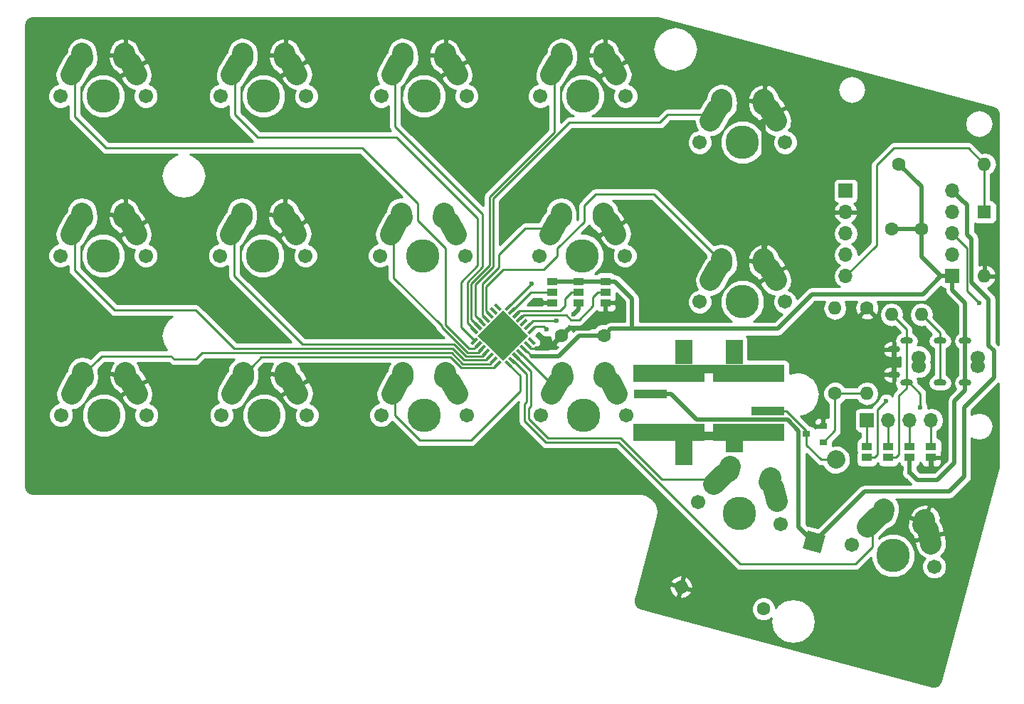
<source format=gtl>
G04 #@! TF.FileFunction,Copper,L1,Top,Signal*
%FSLAX46Y46*%
G04 Gerber Fmt 4.6, Leading zero omitted, Abs format (unit mm)*
G04 Created by KiCad (PCBNEW 4.0.7) date 06/17/18 20:50:59*
%MOMM*%
%LPD*%
G01*
G04 APERTURE LIST*
%ADD10C,0.100000*%
%ADD11C,1.600000*%
%ADD12C,2.200000*%
%ADD13R,1.700000X1.700000*%
%ADD14O,1.700000X1.700000*%
%ADD15R,1.270000X0.970000*%
%ADD16R,2.000000X3.000000*%
%ADD17R,8.500000X2.000000*%
%ADD18R,1.000000X1.000000*%
%ADD19R,4.000000X1.000000*%
%ADD20R,0.900000X0.800000*%
%ADD21O,1.600000X1.600000*%
%ADD22C,1.600000*%
%ADD23R,1.600000X1.600000*%
%ADD24C,2.500000*%
%ADD25C,3.987810*%
%ADD26C,1.701810*%
%ADD27O,1.524000X0.762000*%
%ADD28C,1.700000*%
%ADD29C,0.600000*%
%ADD30C,0.500000*%
%ADD31C,0.250000*%
%ADD32C,0.254000*%
G04 APERTURE END LIST*
D10*
D11*
X134500000Y-98500000D03*
X139500000Y-98500000D03*
D10*
G36*
X165280216Y-124445025D02*
X163155180Y-123875623D01*
X163724582Y-121750587D01*
X165849618Y-122319989D01*
X165280216Y-124445025D01*
X165280216Y-124445025D01*
G37*
D12*
X167132000Y-113284000D02*
X167132000Y-113284000D01*
D13*
X168275000Y-81280000D03*
D14*
X168275000Y-83820000D03*
X168275000Y-86360000D03*
X168275000Y-88900000D03*
X168275000Y-91440000D03*
D15*
X133350000Y-92075000D03*
X133350000Y-93345000D03*
X133350000Y-94615000D03*
D13*
X180975000Y-91440000D03*
D14*
X180975000Y-88900000D03*
X180975000Y-86360000D03*
X180975000Y-83820000D03*
X180975000Y-81280000D03*
D15*
X136525000Y-92075000D03*
X136525000Y-93345000D03*
X136525000Y-94615000D03*
X170815000Y-113040000D03*
X170815000Y-111760000D03*
X173355000Y-113040000D03*
X173355000Y-111760000D03*
X175895000Y-113040000D03*
X175895000Y-111760000D03*
X139700000Y-92075000D03*
X139700000Y-93345000D03*
X139700000Y-94615000D03*
X178435000Y-113040000D03*
X178435000Y-111760000D03*
D13*
X170815000Y-108585000D03*
D14*
X173355000Y-108585000D03*
X175895000Y-108585000D03*
X178435000Y-108585000D03*
D16*
X149000000Y-112500000D03*
X155000000Y-111000000D03*
X155000000Y-100500000D03*
D17*
X156750000Y-110000000D03*
X147250000Y-110000000D03*
X156750000Y-103000000D03*
D18*
X152000000Y-102500000D03*
X152000000Y-110500000D03*
D16*
X149000000Y-100500000D03*
D19*
X159000000Y-107500000D03*
X145000000Y-105500000D03*
D17*
X147250000Y-103000000D03*
D20*
X165592000Y-111186000D03*
X165592000Y-109286000D03*
X163592000Y-110236000D03*
D11*
X174625000Y-78105000D03*
D21*
X184785000Y-78105000D03*
D11*
X173736000Y-85852000D03*
D21*
X173736000Y-96012000D03*
D11*
X177292000Y-85852000D03*
D21*
X177292000Y-96012000D03*
D11*
X167005000Y-105410000D03*
D21*
X167005000Y-95250000D03*
D11*
X170815000Y-95250000D03*
D21*
X170815000Y-105410000D03*
D11*
X158496000Y-131064000D03*
D22*
X148682194Y-128434399D02*
X148682194Y-128434399D01*
D23*
X184785000Y-83820000D03*
D21*
X184785000Y-91440000D03*
D24*
X77420276Y-64920672D02*
X77459724Y-65499328D01*
X83110184Y-65999693D02*
X83919816Y-67460307D01*
D25*
X79920000Y-70000000D03*
D26*
X74840000Y-70000000D03*
X85000000Y-70000000D03*
D24*
X76920453Y-66000046D02*
X76109547Y-67459954D01*
X82459724Y-64920672D02*
X82420276Y-65499328D01*
X77420276Y-83920672D02*
X77459724Y-84499328D01*
X83110184Y-84999693D02*
X83919816Y-86460307D01*
D25*
X79920000Y-89000000D03*
D26*
X74840000Y-89000000D03*
X85000000Y-89000000D03*
D24*
X76920453Y-85000046D02*
X76109547Y-86459954D01*
X82459724Y-83920672D02*
X82420276Y-84499328D01*
X77500276Y-102920672D02*
X77539724Y-103499328D01*
X83190184Y-103999693D02*
X83999816Y-105460307D01*
D25*
X80000000Y-108000000D03*
D26*
X74920000Y-108000000D03*
X85080000Y-108000000D03*
D24*
X77000453Y-104000046D02*
X76189547Y-105459954D01*
X82539724Y-102920672D02*
X82500276Y-103499328D01*
X96500276Y-64920672D02*
X96539724Y-65499328D01*
X102190184Y-65999693D02*
X102999816Y-67460307D01*
D25*
X99000000Y-70000000D03*
D26*
X93920000Y-70000000D03*
X104080000Y-70000000D03*
D24*
X96000453Y-66000046D02*
X95189547Y-67459954D01*
X101539724Y-64920672D02*
X101500276Y-65499328D01*
X96420276Y-83920672D02*
X96459724Y-84499328D01*
X102110184Y-84999693D02*
X102919816Y-86460307D01*
D25*
X98920000Y-89000000D03*
D26*
X93840000Y-89000000D03*
X104000000Y-89000000D03*
D24*
X95920453Y-85000046D02*
X95109547Y-86459954D01*
X101459724Y-83920672D02*
X101420276Y-84499328D01*
X96580276Y-102920672D02*
X96619724Y-103499328D01*
X102270184Y-103999693D02*
X103079816Y-105460307D01*
D25*
X99080000Y-108000000D03*
D26*
X94000000Y-108000000D03*
X104160000Y-108000000D03*
D24*
X96080453Y-104000046D02*
X95269547Y-105459954D01*
X101619724Y-102920672D02*
X101580276Y-103499328D01*
X115580276Y-64920672D02*
X115619724Y-65499328D01*
X121270184Y-65999693D02*
X122079816Y-67460307D01*
D25*
X118080000Y-70000000D03*
D26*
X113000000Y-70000000D03*
X123160000Y-70000000D03*
D24*
X115080453Y-66000046D02*
X114269547Y-67459954D01*
X120619724Y-64920672D02*
X120580276Y-65499328D01*
X115420276Y-83920672D02*
X115459724Y-84499328D01*
X121110184Y-84999693D02*
X121919816Y-86460307D01*
D25*
X117920000Y-89000000D03*
D26*
X112840000Y-89000000D03*
X123000000Y-89000000D03*
D24*
X114920453Y-85000046D02*
X114109547Y-86459954D01*
X120459724Y-83920672D02*
X120420276Y-84499328D01*
X115580276Y-102920672D02*
X115619724Y-103499328D01*
X121270184Y-103999693D02*
X122079816Y-105460307D01*
D25*
X118080000Y-108000000D03*
D26*
X113000000Y-108000000D03*
X123160000Y-108000000D03*
D24*
X115080453Y-104000046D02*
X114269547Y-105459954D01*
X120619724Y-102920672D02*
X120580276Y-103499328D01*
X134500276Y-64920672D02*
X134539724Y-65499328D01*
X140190184Y-65999693D02*
X140999816Y-67460307D01*
D25*
X137000000Y-70000000D03*
D26*
X131920000Y-70000000D03*
X142080000Y-70000000D03*
D24*
X134000453Y-66000046D02*
X133189547Y-67459954D01*
X139539724Y-64920672D02*
X139500276Y-65499328D01*
X134420276Y-83920672D02*
X134459724Y-84499328D01*
X140110184Y-84999693D02*
X140919816Y-86460307D01*
D25*
X136920000Y-89000000D03*
D26*
X131840000Y-89000000D03*
X142000000Y-89000000D03*
D24*
X133920453Y-85000046D02*
X133109547Y-86459954D01*
X139459724Y-83920672D02*
X139420276Y-84499328D01*
X134580276Y-102920672D02*
X134619724Y-103499328D01*
X140270184Y-103999693D02*
X141079816Y-105460307D01*
D25*
X137080000Y-108000000D03*
D26*
X132000000Y-108000000D03*
X142160000Y-108000000D03*
D24*
X134080453Y-104000046D02*
X133269547Y-105459954D01*
X139619724Y-102920672D02*
X139580276Y-103499328D01*
X153500276Y-70420672D02*
X153539724Y-70999328D01*
X159190184Y-71499693D02*
X159999816Y-72960307D01*
D25*
X156000000Y-75500000D03*
D26*
X150920000Y-75500000D03*
X161080000Y-75500000D03*
D24*
X153000453Y-71500046D02*
X152189547Y-72959954D01*
X158539724Y-70420672D02*
X158500276Y-70999328D01*
X153500276Y-89420672D02*
X153539724Y-89999328D01*
X159190184Y-90499693D02*
X159999816Y-91960307D01*
D25*
X156000000Y-94500000D03*
D26*
X150920000Y-94500000D03*
X161080000Y-94500000D03*
D24*
X153000453Y-90500046D02*
X152189547Y-91959954D01*
X158539724Y-89420672D02*
X158500276Y-89999328D01*
X154500078Y-114131968D02*
X154388416Y-114701118D01*
X159716837Y-116646879D02*
X160120847Y-118267273D01*
D25*
X155600000Y-119685199D03*
D26*
X150693097Y-118370398D03*
X160506903Y-121000000D03*
D24*
X153737925Y-115045201D02*
X152576797Y-116245485D01*
X159367812Y-115436273D02*
X159179940Y-115985003D01*
X172806981Y-119161570D02*
X172695319Y-119730720D01*
X178023740Y-121676481D02*
X178427750Y-123296875D01*
D25*
X173906903Y-124714801D03*
D26*
X169000000Y-123400000D03*
X178813806Y-126029602D03*
D24*
X172044828Y-120074803D02*
X170883700Y-121275087D01*
X177674715Y-120465875D02*
X177486843Y-121014605D01*
D10*
G36*
X128619463Y-102116852D02*
X128357834Y-102378481D01*
X127650727Y-101671374D01*
X127912356Y-101409745D01*
X128619463Y-102116852D01*
X128619463Y-102116852D01*
G37*
G36*
X129079083Y-101657232D02*
X128817454Y-101918861D01*
X128110347Y-101211754D01*
X128371976Y-100950125D01*
X129079083Y-101657232D01*
X129079083Y-101657232D01*
G37*
G36*
X129538702Y-101197613D02*
X129277073Y-101459242D01*
X128569966Y-100752135D01*
X128831595Y-100490506D01*
X129538702Y-101197613D01*
X129538702Y-101197613D01*
G37*
G36*
X129998321Y-100737993D02*
X129736692Y-100999622D01*
X129029585Y-100292515D01*
X129291214Y-100030886D01*
X129998321Y-100737993D01*
X129998321Y-100737993D01*
G37*
G36*
X130457941Y-100278374D02*
X130196312Y-100540003D01*
X129489205Y-99832896D01*
X129750834Y-99571267D01*
X130457941Y-100278374D01*
X130457941Y-100278374D01*
G37*
G36*
X130917560Y-99818755D02*
X130655931Y-100080384D01*
X129948824Y-99373277D01*
X130210453Y-99111648D01*
X130917560Y-99818755D01*
X130917560Y-99818755D01*
G37*
G36*
X131377180Y-99359135D02*
X131115551Y-99620764D01*
X130408444Y-98913657D01*
X130670073Y-98652028D01*
X131377180Y-99359135D01*
X131377180Y-99359135D01*
G37*
G36*
X131115551Y-97379236D02*
X131377180Y-97640865D01*
X130670073Y-98347972D01*
X130408444Y-98086343D01*
X131115551Y-97379236D01*
X131115551Y-97379236D01*
G37*
G36*
X130655931Y-96919616D02*
X130917560Y-97181245D01*
X130210453Y-97888352D01*
X129948824Y-97626723D01*
X130655931Y-96919616D01*
X130655931Y-96919616D01*
G37*
G36*
X130196312Y-96459997D02*
X130457941Y-96721626D01*
X129750834Y-97428733D01*
X129489205Y-97167104D01*
X130196312Y-96459997D01*
X130196312Y-96459997D01*
G37*
G36*
X129736692Y-96000378D02*
X129998321Y-96262007D01*
X129291214Y-96969114D01*
X129029585Y-96707485D01*
X129736692Y-96000378D01*
X129736692Y-96000378D01*
G37*
G36*
X129277073Y-95540758D02*
X129538702Y-95802387D01*
X128831595Y-96509494D01*
X128569966Y-96247865D01*
X129277073Y-95540758D01*
X129277073Y-95540758D01*
G37*
G36*
X128817454Y-95081139D02*
X129079083Y-95342768D01*
X128371976Y-96049875D01*
X128110347Y-95788246D01*
X128817454Y-95081139D01*
X128817454Y-95081139D01*
G37*
G36*
X128357834Y-94621519D02*
X128619463Y-94883148D01*
X127912356Y-95590255D01*
X127650727Y-95328626D01*
X128357834Y-94621519D01*
X128357834Y-94621519D01*
G37*
G36*
X127346671Y-95328626D02*
X127085042Y-95590255D01*
X126377935Y-94883148D01*
X126639564Y-94621519D01*
X127346671Y-95328626D01*
X127346671Y-95328626D01*
G37*
G36*
X126887051Y-95788246D02*
X126625422Y-96049875D01*
X125918315Y-95342768D01*
X126179944Y-95081139D01*
X126887051Y-95788246D01*
X126887051Y-95788246D01*
G37*
G36*
X126427432Y-96247865D02*
X126165803Y-96509494D01*
X125458696Y-95802387D01*
X125720325Y-95540758D01*
X126427432Y-96247865D01*
X126427432Y-96247865D01*
G37*
G36*
X125967813Y-96707485D02*
X125706184Y-96969114D01*
X124999077Y-96262007D01*
X125260706Y-96000378D01*
X125967813Y-96707485D01*
X125967813Y-96707485D01*
G37*
G36*
X125508193Y-97167104D02*
X125246564Y-97428733D01*
X124539457Y-96721626D01*
X124801086Y-96459997D01*
X125508193Y-97167104D01*
X125508193Y-97167104D01*
G37*
G36*
X125048574Y-97626723D02*
X124786945Y-97888352D01*
X124079838Y-97181245D01*
X124341467Y-96919616D01*
X125048574Y-97626723D01*
X125048574Y-97626723D01*
G37*
G36*
X124588954Y-98086343D02*
X124327325Y-98347972D01*
X123620218Y-97640865D01*
X123881847Y-97379236D01*
X124588954Y-98086343D01*
X124588954Y-98086343D01*
G37*
G36*
X124327325Y-98652028D02*
X124588954Y-98913657D01*
X123881847Y-99620764D01*
X123620218Y-99359135D01*
X124327325Y-98652028D01*
X124327325Y-98652028D01*
G37*
G36*
X124786945Y-99111648D02*
X125048574Y-99373277D01*
X124341467Y-100080384D01*
X124079838Y-99818755D01*
X124786945Y-99111648D01*
X124786945Y-99111648D01*
G37*
G36*
X125246564Y-99571267D02*
X125508193Y-99832896D01*
X124801086Y-100540003D01*
X124539457Y-100278374D01*
X125246564Y-99571267D01*
X125246564Y-99571267D01*
G37*
G36*
X125706184Y-100030886D02*
X125967813Y-100292515D01*
X125260706Y-100999622D01*
X124999077Y-100737993D01*
X125706184Y-100030886D01*
X125706184Y-100030886D01*
G37*
G36*
X126165803Y-100490506D02*
X126427432Y-100752135D01*
X125720325Y-101459242D01*
X125458696Y-101197613D01*
X126165803Y-100490506D01*
X126165803Y-100490506D01*
G37*
G36*
X126625422Y-100950125D02*
X126887051Y-101211754D01*
X126179944Y-101918861D01*
X125918315Y-101657232D01*
X126625422Y-100950125D01*
X126625422Y-100950125D01*
G37*
G36*
X127085042Y-101409745D02*
X127346671Y-101671374D01*
X126639564Y-102378481D01*
X126377935Y-102116852D01*
X127085042Y-101409745D01*
X127085042Y-101409745D01*
G37*
G36*
X128250000Y-96246097D02*
X127498699Y-96997398D01*
X126747398Y-96246097D01*
X127498699Y-95494796D01*
X128250000Y-96246097D01*
X128250000Y-96246097D01*
G37*
G36*
X127498699Y-96997398D02*
X126747398Y-97748699D01*
X125996097Y-96997398D01*
X126747398Y-96246097D01*
X127498699Y-96997398D01*
X127498699Y-96997398D01*
G37*
G36*
X126747398Y-97748699D02*
X125996097Y-98500000D01*
X125244796Y-97748699D01*
X125996097Y-96997398D01*
X126747398Y-97748699D01*
X126747398Y-97748699D01*
G37*
G36*
X125996097Y-98500000D02*
X125244796Y-99251301D01*
X124493495Y-98500000D01*
X125244796Y-97748699D01*
X125996097Y-98500000D01*
X125996097Y-98500000D01*
G37*
G36*
X129001301Y-96997398D02*
X128250000Y-97748699D01*
X127498699Y-96997398D01*
X128250000Y-96246097D01*
X129001301Y-96997398D01*
X129001301Y-96997398D01*
G37*
G36*
X128250000Y-97748699D02*
X127498699Y-98500000D01*
X126747398Y-97748699D01*
X127498699Y-96997398D01*
X128250000Y-97748699D01*
X128250000Y-97748699D01*
G37*
G36*
X127498699Y-98500000D02*
X126747398Y-99251301D01*
X125996097Y-98500000D01*
X126747398Y-97748699D01*
X127498699Y-98500000D01*
X127498699Y-98500000D01*
G37*
G36*
X126747398Y-99251301D02*
X125996097Y-100002602D01*
X125244796Y-99251301D01*
X125996097Y-98500000D01*
X126747398Y-99251301D01*
X126747398Y-99251301D01*
G37*
G36*
X129752602Y-97748699D02*
X129001301Y-98500000D01*
X128250000Y-97748699D01*
X129001301Y-96997398D01*
X129752602Y-97748699D01*
X129752602Y-97748699D01*
G37*
G36*
X129001301Y-98500000D02*
X128250000Y-99251301D01*
X127498699Y-98500000D01*
X128250000Y-97748699D01*
X129001301Y-98500000D01*
X129001301Y-98500000D01*
G37*
G36*
X128250000Y-99251301D02*
X127498699Y-100002602D01*
X126747398Y-99251301D01*
X127498699Y-98500000D01*
X128250000Y-99251301D01*
X128250000Y-99251301D01*
G37*
G36*
X127498699Y-100002602D02*
X126747398Y-100753903D01*
X125996097Y-100002602D01*
X126747398Y-99251301D01*
X127498699Y-100002602D01*
X127498699Y-100002602D01*
G37*
G36*
X130503903Y-98500000D02*
X129752602Y-99251301D01*
X129001301Y-98500000D01*
X129752602Y-97748699D01*
X130503903Y-98500000D01*
X130503903Y-98500000D01*
G37*
G36*
X129752602Y-99251301D02*
X129001301Y-100002602D01*
X128250000Y-99251301D01*
X129001301Y-98500000D01*
X129752602Y-99251301D01*
X129752602Y-99251301D01*
G37*
G36*
X129001301Y-100002602D02*
X128250000Y-100753903D01*
X127498699Y-100002602D01*
X128250000Y-99251301D01*
X129001301Y-100002602D01*
X129001301Y-100002602D01*
G37*
G36*
X128250000Y-100753903D02*
X127498699Y-101505204D01*
X126747398Y-100753903D01*
X127498699Y-100002602D01*
X128250000Y-100753903D01*
X128250000Y-100753903D01*
G37*
D27*
X182500000Y-104140000D03*
X179500000Y-104140000D03*
X175500000Y-104140000D03*
X174000000Y-100140000D03*
X182500000Y-99140000D03*
X179500000Y-99140000D03*
X175500000Y-99140000D03*
X174000000Y-103140000D03*
D28*
X184000000Y-101140000D03*
X177000000Y-101140000D03*
X184000000Y-102140000D03*
X177000000Y-102140000D03*
D29*
X178435000Y-114681000D03*
X165608000Y-107696000D03*
X139700000Y-95758000D03*
X135890000Y-96012000D03*
X131445000Y-94488000D03*
X175895000Y-114808000D03*
X130937000Y-92329000D03*
X177165000Y-107061000D03*
X132715000Y-97790000D03*
X184150000Y-94615000D03*
X173101000Y-106299000D03*
X133858000Y-96749989D03*
D30*
X178435000Y-113040000D02*
X178435000Y-114681000D01*
X158520000Y-89710000D02*
X158520000Y-73305000D01*
X158520000Y-73305000D02*
X159595000Y-72230000D01*
X134500000Y-98500000D02*
X135299999Y-97700001D01*
X135299999Y-97700001D02*
X137757999Y-97700001D01*
X137757999Y-97700001D02*
X139700000Y-95758000D01*
X165592000Y-109286000D02*
X165592000Y-107712000D01*
X165592000Y-107712000D02*
X165608000Y-107696000D01*
D31*
X130433192Y-99596016D02*
X130857455Y-100020279D01*
X130857455Y-100020279D02*
X131399731Y-100020279D01*
X131399731Y-100020279D02*
X131450226Y-100070774D01*
D30*
X132929226Y-100070774D02*
X131450226Y-100070774D01*
X132929226Y-100070774D02*
X133700001Y-99299999D01*
X133700001Y-99299999D02*
X134500000Y-98500000D01*
X139700000Y-94615000D02*
X139700000Y-95758000D01*
X136525000Y-94615000D02*
X136525000Y-95377000D01*
X136525000Y-95377000D02*
X135890000Y-96012000D01*
X133350000Y-94615000D02*
X131572000Y-94615000D01*
X131572000Y-94615000D02*
X131445000Y-94488000D01*
X174000000Y-100140000D02*
X174000000Y-103140000D01*
X175895000Y-113040000D02*
X175895000Y-114808000D01*
X181229000Y-113665000D02*
X181229000Y-106292000D01*
X175895000Y-114808000D02*
X176784000Y-115697000D01*
X181229000Y-106292000D02*
X182500000Y-105021000D01*
X176784000Y-115697000D02*
X179197000Y-115697000D01*
X179197000Y-115697000D02*
X181229000Y-113665000D01*
X182500000Y-105021000D02*
X182500000Y-104140000D01*
X140299999Y-97700001D02*
X142875000Y-97700001D01*
X142875000Y-97700001D02*
X160173499Y-97700001D01*
X139700000Y-92075000D02*
X140835000Y-92075000D01*
X140835000Y-92075000D02*
X142875000Y-94115000D01*
X142875000Y-94115000D02*
X142875000Y-97700001D01*
X164274500Y-93599000D02*
X177466000Y-93599000D01*
X177466000Y-93599000D02*
X179625000Y-91440000D01*
X179625000Y-91440000D02*
X180975000Y-91440000D01*
X163131500Y-94742000D02*
X164274500Y-93599000D01*
X160173499Y-97700001D02*
X163131500Y-94742000D01*
X139500000Y-98500000D02*
X140299999Y-97700001D01*
D31*
X129973573Y-100055635D02*
X130397836Y-100479898D01*
X130397836Y-100479898D02*
X130451898Y-100479898D01*
X130451898Y-100479898D02*
X130937000Y-100965000D01*
D30*
X134132096Y-100965000D02*
X130937000Y-100965000D01*
X139500000Y-98500000D02*
X136597096Y-98500000D01*
X136597096Y-98500000D02*
X134132096Y-100965000D01*
X136525000Y-92075000D02*
X139700000Y-92075000D01*
X133350000Y-92075000D02*
X136525000Y-92075000D01*
X182500000Y-94616000D02*
X180975000Y-93091000D01*
X180975000Y-93091000D02*
X180975000Y-91440000D01*
X182500000Y-99140000D02*
X182500000Y-94616000D01*
X177292000Y-85852000D02*
X177292000Y-80772000D01*
X177292000Y-80772000D02*
X174625000Y-78105000D01*
X177292000Y-85852000D02*
X177292000Y-89107000D01*
X177292000Y-89107000D02*
X179625000Y-91440000D01*
X173736000Y-85852000D02*
X177292000Y-85852000D01*
X182500000Y-104140000D02*
X182500000Y-99140000D01*
X180975000Y-81280000D02*
X182275001Y-82580001D01*
X182275001Y-82580001D02*
X182402001Y-82580001D01*
X182402001Y-82580001D02*
X182753000Y-82931000D01*
X182753000Y-82931000D02*
X182753000Y-86487000D01*
X182753000Y-86487000D02*
X183261000Y-86995000D01*
X185928000Y-100330000D02*
X185928000Y-103505000D01*
X183261000Y-86995000D02*
X183261000Y-92202000D01*
X182372000Y-107061000D02*
X182372000Y-115316000D01*
X183261000Y-92202000D02*
X185293000Y-94234000D01*
X185928000Y-103505000D02*
X182372000Y-107061000D01*
X185293000Y-94234000D02*
X185293000Y-99695000D01*
X170506205Y-117094000D02*
X164502399Y-123097806D01*
X185293000Y-99695000D02*
X185928000Y-100330000D01*
X182372000Y-115316000D02*
X180594000Y-117094000D01*
X180594000Y-117094000D02*
X170506205Y-117094000D01*
X163533544Y-122128951D02*
X164502399Y-123097806D01*
X147500000Y-105500000D02*
X150549999Y-108549999D01*
X150549999Y-108549999D02*
X161360001Y-108549999D01*
X161360001Y-108549999D02*
X162691999Y-109881997D01*
X162691999Y-109881997D02*
X162691999Y-121287406D01*
X145000000Y-105500000D02*
X147500000Y-105500000D01*
X162691999Y-121287406D02*
X163533544Y-122128951D01*
D31*
X163592000Y-109842000D02*
X163592000Y-110236000D01*
X161250000Y-107500000D02*
X163592000Y-109842000D01*
X159000000Y-107500000D02*
X161250000Y-107500000D01*
X165354000Y-113284000D02*
X163592000Y-111522000D01*
X163592000Y-111522000D02*
X163592000Y-110236000D01*
X167132000Y-113284000D02*
X165354000Y-113284000D01*
X128135095Y-95105887D02*
X130911982Y-92329000D01*
X130911982Y-92329000D02*
X130937000Y-92329000D01*
X184785000Y-78105000D02*
X182880000Y-76200000D01*
X182880000Y-76200000D02*
X173990000Y-76200000D01*
X173990000Y-76200000D02*
X171958000Y-78232000D01*
X171958000Y-78232000D02*
X171958000Y-87757000D01*
X171958000Y-87757000D02*
X168275000Y-91440000D01*
X184785000Y-78105000D02*
X184785000Y-83820000D01*
X133350000Y-93345000D02*
X130815222Y-93345000D01*
X130815222Y-93345000D02*
X128594715Y-95565507D01*
X177165000Y-107061000D02*
X177165000Y-105424000D01*
X177165000Y-105424000D02*
X175881000Y-104140000D01*
X175881000Y-104140000D02*
X175500000Y-104140000D01*
X174625000Y-112655000D02*
X174625000Y-105646000D01*
X174625000Y-105646000D02*
X175500000Y-104771000D01*
X175500000Y-104771000D02*
X175500000Y-104140000D01*
X173355000Y-113040000D02*
X174240000Y-113040000D01*
X174240000Y-113040000D02*
X174625000Y-112655000D01*
X131347416Y-97409000D02*
X132334000Y-97409000D01*
X132334000Y-97409000D02*
X132715000Y-97790000D01*
X130892812Y-97863604D02*
X131347416Y-97409000D01*
X175500000Y-99140000D02*
X175500000Y-104140000D01*
X173736000Y-96012000D02*
X175500000Y-97776000D01*
X175500000Y-97776000D02*
X175500000Y-99140000D01*
X181824999Y-87209999D02*
X180975000Y-86360000D01*
X182685989Y-88070989D02*
X181824999Y-87209999D01*
X182685989Y-93150989D02*
X182685989Y-88070989D01*
X184150000Y-94615000D02*
X182685989Y-93150989D01*
X172085000Y-112655000D02*
X172085000Y-107315000D01*
X172085000Y-107315000D02*
X173101000Y-106299000D01*
X170815000Y-113040000D02*
X171700000Y-113040000D01*
X171700000Y-113040000D02*
X172085000Y-112655000D01*
X133433736Y-96749989D02*
X133858000Y-96749989D01*
X130433192Y-97403984D02*
X131087187Y-96749989D01*
X131087187Y-96749989D02*
X133433736Y-96749989D01*
X177292000Y-96012000D02*
X179500000Y-98220000D01*
X179500000Y-98220000D02*
X179500000Y-99140000D01*
X179500000Y-99140000D02*
X179500000Y-104140000D01*
X134874000Y-94107000D02*
X135636000Y-93345000D01*
X135636000Y-93345000D02*
X136525000Y-93345000D01*
X134874000Y-94996000D02*
X134874000Y-94107000D01*
X129054334Y-96025126D02*
X129478597Y-95600863D01*
X129478597Y-95600863D02*
X134269137Y-95600863D01*
X134269137Y-95600863D02*
X134874000Y-94996000D01*
X170815000Y-111760000D02*
X170815000Y-111025000D01*
X170815000Y-111025000D02*
X170815000Y-108585000D01*
X173355000Y-111760000D02*
X173355000Y-108585000D01*
X175895000Y-111760000D02*
X175895000Y-108585000D01*
X138815000Y-93345000D02*
X139700000Y-93345000D01*
X136534998Y-96637002D02*
X138176000Y-94996000D01*
X135589998Y-96637002D02*
X136534998Y-96637002D01*
X138176000Y-94996000D02*
X138176000Y-93984000D01*
X135013479Y-96060483D02*
X135589998Y-96637002D01*
X129938216Y-96060483D02*
X135013479Y-96060483D01*
X129513953Y-96484746D02*
X129938216Y-96060483D01*
X138176000Y-93984000D02*
X138815000Y-93345000D01*
X178435000Y-111760000D02*
X178435000Y-111025000D01*
X178435000Y-111025000D02*
X178435000Y-108585000D01*
X165592000Y-111186000D02*
X165642000Y-111186000D01*
X165642000Y-111186000D02*
X167005000Y-109823000D01*
X167005000Y-109823000D02*
X167005000Y-106541370D01*
X167005000Y-106541370D02*
X167005000Y-105410000D01*
X167005000Y-105923000D02*
X167005000Y-105410000D01*
X167005000Y-105410000D02*
X170815000Y-105410000D01*
X124564206Y-99596016D02*
X124084222Y-100076000D01*
X124084222Y-100076000D02*
X123444000Y-100076000D01*
X123444000Y-100076000D02*
X120650000Y-97282000D01*
X117348000Y-82804000D02*
X110744000Y-76200000D01*
X120650000Y-97282000D02*
X120650000Y-88138000D01*
X76515000Y-72451000D02*
X76515000Y-66730000D01*
X120650000Y-88138000D02*
X117348000Y-84836000D01*
X117348000Y-84836000D02*
X117348000Y-82804000D01*
X110744000Y-76200000D02*
X80264000Y-76200000D01*
X80264000Y-76200000D02*
X76515000Y-72451000D01*
X95504000Y-100076000D02*
X90932000Y-95504000D01*
X90932000Y-95504000D02*
X81280000Y-95504000D01*
X121534767Y-100076000D02*
X95504000Y-100076000D01*
X76515000Y-90739000D02*
X76515000Y-87739178D01*
X125491905Y-101426033D02*
X122884800Y-101426033D01*
X76515000Y-87739178D02*
X76515000Y-85730000D01*
X125943064Y-100974874D02*
X125491905Y-101426033D01*
X122884800Y-101426033D02*
X121534767Y-100076000D01*
X81280000Y-95504000D02*
X76515000Y-90739000D01*
X77520000Y-103210000D02*
X79384000Y-101346000D01*
X88011000Y-100965000D02*
X88392000Y-101346000D01*
X79384000Y-101346000D02*
X79384000Y-101337000D01*
X79384000Y-101337000D02*
X79756000Y-100965000D01*
X121406356Y-100584000D02*
X122698400Y-101876044D01*
X79756000Y-100965000D02*
X88011000Y-100965000D01*
X88392000Y-101346000D02*
X90932000Y-101346000D01*
X90932000Y-101346000D02*
X91694000Y-100584000D01*
X91694000Y-100584000D02*
X121406356Y-100584000D01*
X122698400Y-101876044D02*
X125961132Y-101876044D01*
X125961132Y-101876044D02*
X126402683Y-101434493D01*
X95595000Y-68739178D02*
X95595000Y-66730000D01*
X95595000Y-72227000D02*
X95595000Y-68739178D01*
X114808000Y-74930000D02*
X98298000Y-74930000D01*
X124460000Y-90170000D02*
X124460000Y-84582000D01*
X122485991Y-97517801D02*
X122485991Y-92144009D01*
X124460000Y-84582000D02*
X114808000Y-74930000D01*
X122485991Y-92144009D02*
X124460000Y-90170000D01*
X124104586Y-99136396D02*
X122485991Y-97517801D01*
X98298000Y-74930000D02*
X95595000Y-72227000D01*
X103632000Y-99568000D02*
X95515000Y-91451000D01*
X123071200Y-100976022D02*
X121663178Y-99568000D01*
X95515000Y-91451000D02*
X95515000Y-87739178D01*
X121663178Y-99568000D02*
X103632000Y-99568000D01*
X125022677Y-100976022D02*
X123071200Y-100976022D01*
X125483445Y-100515254D02*
X125022677Y-100976022D01*
X95515000Y-87739178D02*
X95515000Y-85730000D01*
X97674531Y-102135469D02*
X96600000Y-103210000D01*
X121277945Y-101092000D02*
X98718000Y-101092000D01*
X126430361Y-102326055D02*
X122512000Y-102326055D01*
X98718000Y-101092000D02*
X97674531Y-102135469D01*
X126862303Y-101894113D02*
X126430361Y-102326055D01*
X122512000Y-102326055D02*
X121277945Y-101092000D01*
X114675000Y-73654000D02*
X114675000Y-68739178D01*
X125095000Y-90294180D02*
X125095000Y-84074000D01*
X123247989Y-92141191D02*
X125095000Y-90294180D01*
X123247989Y-97007007D02*
X123247989Y-92141191D01*
X124104586Y-97863604D02*
X123247989Y-97007007D01*
X114675000Y-68739178D02*
X114675000Y-66730000D01*
X125095000Y-84074000D02*
X114675000Y-73654000D01*
X114515000Y-87739178D02*
X114515000Y-85730000D01*
X114515000Y-91655000D02*
X114515000Y-87739178D01*
X120199989Y-97339989D02*
X114515000Y-91655000D01*
X123257600Y-100526011D02*
X120199989Y-97468400D01*
X125023825Y-100055635D02*
X124553449Y-100526011D01*
X124553449Y-100526011D02*
X123257600Y-100526011D01*
X120199989Y-97468400D02*
X120199989Y-97339989D01*
X123698000Y-110998000D02*
X117646018Y-110998000D01*
X117646018Y-110998000D02*
X114675000Y-108026982D01*
X114675000Y-108026982D02*
X114675000Y-106739178D01*
X114675000Y-106739178D02*
X114675000Y-104730000D01*
X129540000Y-105156000D02*
X123698000Y-110998000D01*
X129540000Y-103299018D02*
X129540000Y-105156000D01*
X128135095Y-101894113D02*
X129540000Y-103299018D01*
X125914989Y-81982600D02*
X133595000Y-74302589D01*
X133595000Y-74302589D02*
X133595000Y-68739178D01*
X125914989Y-90110601D02*
X125914989Y-81982600D01*
X123698000Y-96537778D02*
X123698000Y-92327590D01*
X123698000Y-92327590D02*
X125914989Y-90110601D01*
X124564206Y-97403984D02*
X123698000Y-96537778D01*
X133595000Y-68739178D02*
X133595000Y-66730000D01*
X127000000Y-88900000D02*
X130170000Y-85730000D01*
X130170000Y-85730000D02*
X133515000Y-85730000D01*
X127000000Y-90424000D02*
X127000000Y-88900000D01*
X125059182Y-92364818D02*
X127000000Y-90424000D01*
X125483445Y-96484746D02*
X125059182Y-96060483D01*
X125059182Y-96060483D02*
X125059182Y-92364818D01*
X129513953Y-100515254D02*
X133675000Y-104676301D01*
X133675000Y-104676301D02*
X133675000Y-104730000D01*
X147099000Y-72230000D02*
X152595000Y-72230000D01*
X146177000Y-73152000D02*
X147099000Y-72230000D01*
X126365000Y-82169000D02*
X135382000Y-73152000D01*
X126365000Y-90297000D02*
X126365000Y-82169000D01*
X124206000Y-92456000D02*
X126365000Y-90297000D01*
X124587102Y-96520102D02*
X124206000Y-96139000D01*
X124206000Y-96139000D02*
X124206000Y-92456000D01*
X124599562Y-96520102D02*
X124587102Y-96520102D01*
X135382000Y-73152000D02*
X146177000Y-73152000D01*
X125023825Y-96944365D02*
X124599562Y-96520102D01*
X125943064Y-96025126D02*
X125518801Y-95600863D01*
X137160000Y-83058000D02*
X138557000Y-81661000D01*
X125518801Y-95600863D02*
X125518801Y-92667199D01*
X125518801Y-92667199D02*
X127508000Y-90678000D01*
X127508000Y-90678000D02*
X132334000Y-90678000D01*
X132334000Y-90678000D02*
X133985000Y-89027000D01*
X133985000Y-89027000D02*
X133985000Y-88138000D01*
X133985000Y-88138000D02*
X137160000Y-84963000D01*
X137160000Y-84963000D02*
X137160000Y-83058000D01*
X138557000Y-81661000D02*
X145471000Y-81661000D01*
X145471000Y-81661000D02*
X153520000Y-89710000D01*
X141478000Y-110744000D02*
X146379343Y-115645343D01*
X146379343Y-115645343D02*
X153157361Y-115645343D01*
X132842000Y-110744000D02*
X141478000Y-110744000D01*
X130556000Y-108458000D02*
X132842000Y-110744000D01*
X130556000Y-107188000D02*
X130556000Y-108458000D01*
X130810000Y-106934000D02*
X130556000Y-107188000D01*
X129054334Y-100974874D02*
X130810000Y-102730540D01*
X130810000Y-102730540D02*
X130810000Y-106934000D01*
X169418000Y-125730000D02*
X171464264Y-123683736D01*
X171464264Y-123683736D02*
X171464264Y-120674945D01*
X155702000Y-125730000D02*
X169418000Y-125730000D01*
X141224000Y-111252000D02*
X155702000Y-125730000D01*
X132588000Y-111252000D02*
X141224000Y-111252000D01*
X130048000Y-108712000D02*
X132588000Y-111252000D01*
X130048000Y-106680000D02*
X130048000Y-108712000D01*
X130302000Y-106426000D02*
X130048000Y-106680000D01*
X130302000Y-103124000D02*
X130302000Y-106426000D01*
X129036756Y-101858756D02*
X130302000Y-103124000D01*
X128594715Y-101434493D02*
X129018978Y-101858756D01*
X129018978Y-101858756D02*
X129036756Y-101858756D01*
D32*
G36*
X146188482Y-60724391D02*
X185793525Y-71336531D01*
X186134899Y-71505620D01*
X186340707Y-71741126D01*
X186455554Y-72081405D01*
X186460819Y-72162824D01*
X186460819Y-99611240D01*
X186178000Y-99328420D01*
X186178000Y-94234005D01*
X186178001Y-94234000D01*
X186110633Y-93895326D01*
X186110633Y-93895325D01*
X185918790Y-93608210D01*
X185918787Y-93608208D01*
X185140010Y-92829431D01*
X185522423Y-92671041D01*
X185937389Y-92295134D01*
X186176914Y-91789041D01*
X186055629Y-91567000D01*
X184912000Y-91567000D01*
X184912000Y-91587000D01*
X184658000Y-91587000D01*
X184658000Y-91567000D01*
X184638000Y-91567000D01*
X184638000Y-91313000D01*
X184658000Y-91313000D01*
X184658000Y-90170085D01*
X184912000Y-90170085D01*
X184912000Y-91313000D01*
X186055629Y-91313000D01*
X186176914Y-91090959D01*
X185937389Y-90584866D01*
X185522423Y-90208959D01*
X185134039Y-90048096D01*
X184912000Y-90170085D01*
X184658000Y-90170085D01*
X184435961Y-90048096D01*
X184146000Y-90168194D01*
X184146000Y-86995000D01*
X184078633Y-86656325D01*
X183886790Y-86369210D01*
X183886787Y-86369208D01*
X183638000Y-86120421D01*
X183638000Y-85151445D01*
X183733110Y-85216431D01*
X183985000Y-85267440D01*
X185585000Y-85267440D01*
X185820317Y-85223162D01*
X186036441Y-85084090D01*
X186181431Y-84871890D01*
X186232440Y-84620000D01*
X186232440Y-83020000D01*
X186188162Y-82784683D01*
X186049090Y-82568559D01*
X185836890Y-82423569D01*
X185585000Y-82372560D01*
X185545000Y-82372560D01*
X185545000Y-79308667D01*
X185827811Y-79119698D01*
X186138880Y-78654151D01*
X186248113Y-78105000D01*
X186138880Y-77555849D01*
X185827811Y-77090302D01*
X185362264Y-76779233D01*
X184813113Y-76670000D01*
X184756887Y-76670000D01*
X184479898Y-76725096D01*
X183417401Y-75662599D01*
X183170839Y-75497852D01*
X182880000Y-75440000D01*
X173990000Y-75440000D01*
X173699161Y-75497852D01*
X173452599Y-75662599D01*
X171420599Y-77694599D01*
X171255852Y-77941161D01*
X171198000Y-78232000D01*
X171198000Y-87442198D01*
X169780981Y-88859217D01*
X169676054Y-88331715D01*
X169354147Y-87849946D01*
X169024974Y-87630000D01*
X169354147Y-87410054D01*
X169676054Y-86928285D01*
X169789093Y-86360000D01*
X169676054Y-85791715D01*
X169354147Y-85309946D01*
X169013447Y-85082298D01*
X169156358Y-85015183D01*
X169546645Y-84586924D01*
X169716476Y-84176890D01*
X169595155Y-83947000D01*
X168402000Y-83947000D01*
X168402000Y-83967000D01*
X168148000Y-83967000D01*
X168148000Y-83947000D01*
X166954845Y-83947000D01*
X166833524Y-84176890D01*
X167003355Y-84586924D01*
X167393642Y-85015183D01*
X167536553Y-85082298D01*
X167195853Y-85309946D01*
X166873946Y-85791715D01*
X166760907Y-86360000D01*
X166873946Y-86928285D01*
X167195853Y-87410054D01*
X167525026Y-87630000D01*
X167195853Y-87849946D01*
X166873946Y-88331715D01*
X166760907Y-88900000D01*
X166873946Y-89468285D01*
X167195853Y-89950054D01*
X167525026Y-90170000D01*
X167195853Y-90389946D01*
X166873946Y-90871715D01*
X166760907Y-91440000D01*
X166873946Y-92008285D01*
X167195853Y-92490054D01*
X167531013Y-92714000D01*
X164274505Y-92714000D01*
X164274500Y-92713999D01*
X163935825Y-92781367D01*
X163648710Y-92973210D01*
X163648708Y-92973213D01*
X162522313Y-94099607D01*
X162340424Y-93659402D01*
X161922797Y-93241045D01*
X161497703Y-93064530D01*
X161776789Y-92601964D01*
X161887076Y-91873103D01*
X161710045Y-91157518D01*
X161305229Y-90427211D01*
X159913058Y-91198904D01*
X160132223Y-90951221D01*
X160202126Y-90748258D01*
X161182087Y-90205057D01*
X160777271Y-89474750D01*
X160352623Y-89036615D01*
X160285760Y-88699067D01*
X159876705Y-88085817D01*
X159264107Y-87675786D01*
X159083389Y-87615774D01*
X158783524Y-87711724D01*
X158717813Y-88675604D01*
X158666282Y-88688960D01*
X158466627Y-88932400D01*
X158448007Y-88898808D01*
X158530112Y-87694448D01*
X158246043Y-87558690D01*
X158058852Y-87593620D01*
X157396274Y-87916718D01*
X156907777Y-88468779D01*
X156667728Y-89165757D01*
X156648003Y-89455085D01*
X157616493Y-89521110D01*
X157468956Y-89765642D01*
X156630727Y-89708497D01*
X156611003Y-89997826D01*
X156754240Y-90720933D01*
X157163295Y-91334183D01*
X157694680Y-91689855D01*
X157884771Y-92032789D01*
X158512670Y-91684739D01*
X158509888Y-91725552D01*
X158753192Y-91841828D01*
X158007913Y-92254943D01*
X158412729Y-92985250D01*
X158925767Y-93514583D01*
X159602320Y-93807292D01*
X159757714Y-93809721D01*
X159594353Y-94203138D01*
X159593837Y-94794268D01*
X159819576Y-95340598D01*
X160237203Y-95758955D01*
X160679364Y-95942556D01*
X159806919Y-96815001D01*
X157281433Y-96815001D01*
X157487209Y-96729976D01*
X158227377Y-95991099D01*
X158628447Y-95025216D01*
X158629360Y-93979373D01*
X158229976Y-93012791D01*
X157491099Y-92272623D01*
X156525216Y-91871553D01*
X155479373Y-91870640D01*
X154512791Y-92270024D01*
X153772623Y-93008901D01*
X153371553Y-93974784D01*
X153370640Y-95020627D01*
X153770024Y-95987209D01*
X154508901Y-96727377D01*
X154719923Y-96815001D01*
X143760000Y-96815001D01*
X143760000Y-94115005D01*
X143760001Y-94115000D01*
X143692633Y-93776326D01*
X143692633Y-93776325D01*
X143500790Y-93489210D01*
X143500787Y-93489208D01*
X141460790Y-91449210D01*
X141444013Y-91438000D01*
X141173675Y-91257367D01*
X141117484Y-91246190D01*
X140835000Y-91189999D01*
X140834995Y-91190000D01*
X140832191Y-91190000D01*
X140799090Y-91138559D01*
X140586890Y-90993569D01*
X140335000Y-90942560D01*
X139065000Y-90942560D01*
X138829683Y-90986838D01*
X138613559Y-91125910D01*
X138569768Y-91190000D01*
X138447255Y-91190000D01*
X139147377Y-90491099D01*
X139548447Y-89525216D01*
X139549360Y-88479373D01*
X139149976Y-87512791D01*
X138411099Y-86772623D01*
X137445216Y-86371553D01*
X136826789Y-86371013D01*
X137697401Y-85500401D01*
X137779097Y-85378134D01*
X138083295Y-85834183D01*
X138614680Y-86189855D01*
X138804771Y-86532789D01*
X139432670Y-86184739D01*
X139429888Y-86225552D01*
X139673192Y-86341828D01*
X138927913Y-86754943D01*
X139332729Y-87485250D01*
X139845767Y-88014583D01*
X140522320Y-88307292D01*
X140677714Y-88309721D01*
X140514353Y-88703138D01*
X140513837Y-89294268D01*
X140739576Y-89840598D01*
X141157203Y-90258955D01*
X141703138Y-90485647D01*
X142294268Y-90486163D01*
X142840598Y-90260424D01*
X143258955Y-89842797D01*
X143485647Y-89296862D01*
X143486163Y-88705732D01*
X143260424Y-88159402D01*
X142842797Y-87741045D01*
X142417703Y-87564530D01*
X142696789Y-87101964D01*
X142807076Y-86373103D01*
X142630045Y-85657518D01*
X142225229Y-84927211D01*
X140833058Y-85698904D01*
X141052223Y-85451221D01*
X141122126Y-85248258D01*
X142102087Y-84705057D01*
X141697271Y-83974750D01*
X141272623Y-83536615D01*
X141205760Y-83199067D01*
X140796705Y-82585817D01*
X140550464Y-82421000D01*
X145156198Y-82421000D01*
X151688130Y-88952932D01*
X151654649Y-89212496D01*
X151378467Y-89538158D01*
X150515812Y-91091234D01*
X150290976Y-91791516D01*
X150351242Y-92524533D01*
X150606742Y-93021683D01*
X150079402Y-93239576D01*
X149661045Y-93657203D01*
X149434353Y-94203138D01*
X149433837Y-94794268D01*
X149659576Y-95340598D01*
X150077203Y-95758955D01*
X150623138Y-95985647D01*
X151214268Y-95986163D01*
X151760598Y-95760424D01*
X152178955Y-95342797D01*
X152405647Y-94796862D01*
X152406163Y-94205732D01*
X152260658Y-93853582D01*
X152681667Y-93818968D01*
X153335825Y-93482777D01*
X153811532Y-92921842D01*
X154542862Y-91605197D01*
X154963091Y-91280992D01*
X155329167Y-90643078D01*
X155423258Y-89913631D01*
X155378012Y-89249948D01*
X155185793Y-88540020D01*
X154736528Y-87957691D01*
X154098613Y-87591615D01*
X153369166Y-87497524D01*
X152659238Y-87689743D01*
X152611429Y-87726627D01*
X146008401Y-81123599D01*
X145761839Y-80958852D01*
X145471000Y-80901000D01*
X138557000Y-80901000D01*
X138266160Y-80958852D01*
X138019599Y-81123599D01*
X136622599Y-82520599D01*
X136457852Y-82767161D01*
X136400000Y-83058000D01*
X136400000Y-84648198D01*
X136300118Y-84748080D01*
X136343258Y-84413631D01*
X136298012Y-83749948D01*
X136105793Y-83040020D01*
X135656528Y-82457691D01*
X135018613Y-82091615D01*
X134289166Y-81997524D01*
X133579238Y-82189743D01*
X132996909Y-82639008D01*
X132630833Y-83276923D01*
X132574649Y-83712496D01*
X132298467Y-84038158D01*
X131780876Y-84970000D01*
X130170000Y-84970000D01*
X129879161Y-85027852D01*
X129632599Y-85192599D01*
X127125000Y-87700198D01*
X127125000Y-82483802D01*
X129178802Y-80430000D01*
X166777560Y-80430000D01*
X166777560Y-82130000D01*
X166821838Y-82365317D01*
X166960910Y-82581441D01*
X167173110Y-82726431D01*
X167281107Y-82748301D01*
X167003355Y-83053076D01*
X166833524Y-83463110D01*
X166954845Y-83693000D01*
X168148000Y-83693000D01*
X168148000Y-83673000D01*
X168402000Y-83673000D01*
X168402000Y-83693000D01*
X169595155Y-83693000D01*
X169716476Y-83463110D01*
X169546645Y-83053076D01*
X169270499Y-82750063D01*
X169360317Y-82733162D01*
X169576441Y-82594090D01*
X169721431Y-82381890D01*
X169772440Y-82130000D01*
X169772440Y-80430000D01*
X169728162Y-80194683D01*
X169589090Y-79978559D01*
X169376890Y-79833569D01*
X169125000Y-79782560D01*
X167425000Y-79782560D01*
X167189683Y-79826838D01*
X166973559Y-79965910D01*
X166828569Y-80178110D01*
X166777560Y-80430000D01*
X129178802Y-80430000D01*
X135696802Y-73912000D01*
X146177000Y-73912000D01*
X146467839Y-73854148D01*
X146714401Y-73689401D01*
X147413802Y-72990000D01*
X150307295Y-72990000D01*
X150351242Y-73524533D01*
X150606742Y-74021683D01*
X150079402Y-74239576D01*
X149661045Y-74657203D01*
X149434353Y-75203138D01*
X149433837Y-75794268D01*
X149659576Y-76340598D01*
X150077203Y-76758955D01*
X150623138Y-76985647D01*
X151214268Y-76986163D01*
X151760598Y-76760424D01*
X152178955Y-76342797D01*
X152312731Y-76020627D01*
X153370640Y-76020627D01*
X153770024Y-76987209D01*
X154508901Y-77727377D01*
X155474784Y-78128447D01*
X156520627Y-78129360D01*
X157487209Y-77729976D01*
X158227377Y-76991099D01*
X158628447Y-76025216D01*
X158629360Y-74979373D01*
X158229976Y-74012791D01*
X157491099Y-73272623D01*
X156525216Y-72871553D01*
X155479373Y-72870640D01*
X154512791Y-73270024D01*
X153772623Y-74008901D01*
X153371553Y-74974784D01*
X153370640Y-76020627D01*
X152312731Y-76020627D01*
X152405647Y-75796862D01*
X152406163Y-75205732D01*
X152260658Y-74853582D01*
X152681667Y-74818968D01*
X153335825Y-74482777D01*
X153811532Y-73921842D01*
X154542862Y-72605197D01*
X154963091Y-72280992D01*
X155329167Y-71643078D01*
X155412397Y-70997826D01*
X156611003Y-70997826D01*
X156754240Y-71720933D01*
X157163295Y-72334183D01*
X157694680Y-72689855D01*
X157884771Y-73032789D01*
X158512670Y-72684739D01*
X158509888Y-72725552D01*
X158753192Y-72841828D01*
X158007913Y-73254943D01*
X158412729Y-73985250D01*
X158925767Y-74514583D01*
X159602320Y-74807292D01*
X159757714Y-74809721D01*
X159594353Y-75203138D01*
X159593837Y-75794268D01*
X159819576Y-76340598D01*
X160237203Y-76758955D01*
X160783138Y-76985647D01*
X161374268Y-76986163D01*
X161920598Y-76760424D01*
X162338955Y-76342797D01*
X162565647Y-75796862D01*
X162566163Y-75205732D01*
X162340424Y-74659402D01*
X161922797Y-74241045D01*
X161497703Y-74064530D01*
X161776789Y-73601964D01*
X161823737Y-73291694D01*
X182460819Y-73291694D01*
X182589082Y-73936516D01*
X182954344Y-74483169D01*
X183500997Y-74848431D01*
X184145819Y-74976694D01*
X184790641Y-74848431D01*
X185337294Y-74483169D01*
X185702556Y-73936516D01*
X185830819Y-73291694D01*
X185702556Y-72646872D01*
X185337294Y-72100219D01*
X184790641Y-71734957D01*
X184145819Y-71606694D01*
X183500997Y-71734957D01*
X182954344Y-72100219D01*
X182589082Y-72646872D01*
X182460819Y-73291694D01*
X161823737Y-73291694D01*
X161887076Y-72873103D01*
X161710045Y-72157518D01*
X161305229Y-71427211D01*
X159913058Y-72198904D01*
X160132223Y-71951221D01*
X160202126Y-71748258D01*
X161182087Y-71205057D01*
X160777271Y-70474750D01*
X160352623Y-70036615D01*
X160285760Y-69699067D01*
X159975137Y-69233384D01*
X167315001Y-69233384D01*
X167443264Y-69878206D01*
X167808526Y-70424859D01*
X168355179Y-70790121D01*
X169000001Y-70918384D01*
X169644823Y-70790121D01*
X170191476Y-70424859D01*
X170556738Y-69878206D01*
X170685001Y-69233384D01*
X170556738Y-68588562D01*
X170191476Y-68041909D01*
X169644823Y-67676647D01*
X169000001Y-67548384D01*
X168355179Y-67676647D01*
X167808526Y-68041909D01*
X167443264Y-68588562D01*
X167315001Y-69233384D01*
X159975137Y-69233384D01*
X159876705Y-69085817D01*
X159264107Y-68675786D01*
X159083389Y-68615774D01*
X158783524Y-68711724D01*
X158717813Y-69675604D01*
X158666282Y-69688960D01*
X158466627Y-69932400D01*
X158448007Y-69898808D01*
X158530112Y-68694448D01*
X158246043Y-68558690D01*
X158058852Y-68593620D01*
X157396274Y-68916718D01*
X156907777Y-69468779D01*
X156667728Y-70165757D01*
X156648003Y-70455085D01*
X157616493Y-70521110D01*
X157468956Y-70765642D01*
X156630727Y-70708497D01*
X156611003Y-70997826D01*
X155412397Y-70997826D01*
X155423258Y-70913631D01*
X155378012Y-70249948D01*
X155185793Y-69540020D01*
X154736528Y-68957691D01*
X154098613Y-68591615D01*
X153369166Y-68497524D01*
X152659238Y-68689743D01*
X152076909Y-69139008D01*
X151710833Y-69776923D01*
X151654649Y-70212496D01*
X151378467Y-70538158D01*
X150860876Y-71470000D01*
X147099000Y-71470000D01*
X146808161Y-71527852D01*
X146561599Y-71692599D01*
X145862198Y-72392000D01*
X138095081Y-72392000D01*
X138487209Y-72229976D01*
X139227377Y-71491099D01*
X139628447Y-70525216D01*
X139629360Y-69479373D01*
X139229976Y-68512791D01*
X138491099Y-67772623D01*
X137525216Y-67371553D01*
X136479373Y-67370640D01*
X135512791Y-67770024D01*
X134772623Y-68508901D01*
X134371553Y-69474784D01*
X134370640Y-70520627D01*
X134770024Y-71487209D01*
X135508901Y-72227377D01*
X135905357Y-72392000D01*
X135382000Y-72392000D01*
X135091161Y-72449852D01*
X134844599Y-72614599D01*
X134355000Y-73104198D01*
X134355000Y-68960167D01*
X134811532Y-68421842D01*
X135542862Y-67105197D01*
X135963091Y-66780992D01*
X136329167Y-66143078D01*
X136412397Y-65497826D01*
X137611003Y-65497826D01*
X137754240Y-66220933D01*
X138163295Y-66834183D01*
X138694680Y-67189855D01*
X138884771Y-67532789D01*
X139512670Y-67184739D01*
X139509888Y-67225552D01*
X139753192Y-67341828D01*
X139007913Y-67754943D01*
X139412729Y-68485250D01*
X139925767Y-69014583D01*
X140602320Y-69307292D01*
X140757714Y-69309721D01*
X140594353Y-69703138D01*
X140593837Y-70294268D01*
X140819576Y-70840598D01*
X141237203Y-71258955D01*
X141783138Y-71485647D01*
X142374268Y-71486163D01*
X142920598Y-71260424D01*
X143338955Y-70842797D01*
X143565647Y-70296862D01*
X143566163Y-69705732D01*
X143340424Y-69159402D01*
X142922797Y-68741045D01*
X142497703Y-68564530D01*
X142776789Y-68101964D01*
X142887076Y-67373103D01*
X142710045Y-66657518D01*
X142305229Y-65927211D01*
X140913058Y-66698904D01*
X141132223Y-66451221D01*
X141202126Y-66248258D01*
X142182087Y-65705057D01*
X141777271Y-64974750D01*
X141352623Y-64536615D01*
X141329164Y-64418184D01*
X145315000Y-64418184D01*
X145519383Y-65445689D01*
X146101418Y-66316766D01*
X146972495Y-66898801D01*
X148000000Y-67103184D01*
X149027505Y-66898801D01*
X149898582Y-66316766D01*
X150480617Y-65445689D01*
X150685000Y-64418184D01*
X150480617Y-63390679D01*
X149898582Y-62519602D01*
X149027505Y-61937567D01*
X148000000Y-61733184D01*
X146972495Y-61937567D01*
X146101418Y-62519602D01*
X145519383Y-63390679D01*
X145315000Y-64418184D01*
X141329164Y-64418184D01*
X141285760Y-64199067D01*
X140876705Y-63585817D01*
X140264107Y-63175786D01*
X140083389Y-63115774D01*
X139783524Y-63211724D01*
X139717813Y-64175604D01*
X139666282Y-64188960D01*
X139466627Y-64432400D01*
X139448007Y-64398808D01*
X139530112Y-63194448D01*
X139246043Y-63058690D01*
X139058852Y-63093620D01*
X138396274Y-63416718D01*
X137907777Y-63968779D01*
X137667728Y-64665757D01*
X137648003Y-64955085D01*
X138616493Y-65021110D01*
X138468956Y-65265642D01*
X137630727Y-65208497D01*
X137611003Y-65497826D01*
X136412397Y-65497826D01*
X136423258Y-65413631D01*
X136378012Y-64749948D01*
X136185793Y-64040020D01*
X135736528Y-63457691D01*
X135098613Y-63091615D01*
X134369166Y-62997524D01*
X133659238Y-63189743D01*
X133076909Y-63639008D01*
X132710833Y-64276923D01*
X132654649Y-64712496D01*
X132378467Y-65038158D01*
X131515812Y-66591234D01*
X131290976Y-67291516D01*
X131351242Y-68024533D01*
X131606742Y-68521683D01*
X131079402Y-68739576D01*
X130661045Y-69157203D01*
X130434353Y-69703138D01*
X130433837Y-70294268D01*
X130659576Y-70840598D01*
X131077203Y-71258955D01*
X131623138Y-71485647D01*
X132214268Y-71486163D01*
X132760598Y-71260424D01*
X132835000Y-71186152D01*
X132835000Y-73987787D01*
X125377588Y-81445199D01*
X125212841Y-81691761D01*
X125154989Y-81982600D01*
X125154989Y-83059187D01*
X115435000Y-73339198D01*
X115435000Y-70520627D01*
X115450640Y-70520627D01*
X115850024Y-71487209D01*
X116588901Y-72227377D01*
X117554784Y-72628447D01*
X118600627Y-72629360D01*
X119567209Y-72229976D01*
X120307377Y-71491099D01*
X120708447Y-70525216D01*
X120709360Y-69479373D01*
X120309976Y-68512791D01*
X119571099Y-67772623D01*
X118605216Y-67371553D01*
X117559373Y-67370640D01*
X116592791Y-67770024D01*
X115852623Y-68508901D01*
X115451553Y-69474784D01*
X115450640Y-70520627D01*
X115435000Y-70520627D01*
X115435000Y-68960167D01*
X115891532Y-68421842D01*
X116622862Y-67105197D01*
X117043091Y-66780992D01*
X117409167Y-66143078D01*
X117492397Y-65497826D01*
X118691003Y-65497826D01*
X118834240Y-66220933D01*
X119243295Y-66834183D01*
X119774680Y-67189855D01*
X119964771Y-67532789D01*
X120592670Y-67184739D01*
X120589888Y-67225552D01*
X120833192Y-67341828D01*
X120087913Y-67754943D01*
X120492729Y-68485250D01*
X121005767Y-69014583D01*
X121682320Y-69307292D01*
X121837714Y-69309721D01*
X121674353Y-69703138D01*
X121673837Y-70294268D01*
X121899576Y-70840598D01*
X122317203Y-71258955D01*
X122863138Y-71485647D01*
X123454268Y-71486163D01*
X124000598Y-71260424D01*
X124418955Y-70842797D01*
X124645647Y-70296862D01*
X124646163Y-69705732D01*
X124420424Y-69159402D01*
X124002797Y-68741045D01*
X123577703Y-68564530D01*
X123856789Y-68101964D01*
X123967076Y-67373103D01*
X123790045Y-66657518D01*
X123385229Y-65927211D01*
X121993058Y-66698904D01*
X122212223Y-66451221D01*
X122282126Y-66248258D01*
X123262087Y-65705057D01*
X122857271Y-64974750D01*
X122432623Y-64536615D01*
X122365760Y-64199067D01*
X121956705Y-63585817D01*
X121344107Y-63175786D01*
X121163389Y-63115774D01*
X120863524Y-63211724D01*
X120797813Y-64175604D01*
X120746282Y-64188960D01*
X120546627Y-64432400D01*
X120528007Y-64398808D01*
X120610112Y-63194448D01*
X120326043Y-63058690D01*
X120138852Y-63093620D01*
X119476274Y-63416718D01*
X118987777Y-63968779D01*
X118747728Y-64665757D01*
X118728003Y-64955085D01*
X119696493Y-65021110D01*
X119548956Y-65265642D01*
X118710727Y-65208497D01*
X118691003Y-65497826D01*
X117492397Y-65497826D01*
X117503258Y-65413631D01*
X117458012Y-64749948D01*
X117265793Y-64040020D01*
X116816528Y-63457691D01*
X116178613Y-63091615D01*
X115449166Y-62997524D01*
X114739238Y-63189743D01*
X114156909Y-63639008D01*
X113790833Y-64276923D01*
X113734649Y-64712496D01*
X113458467Y-65038158D01*
X112595812Y-66591234D01*
X112370976Y-67291516D01*
X112431242Y-68024533D01*
X112686742Y-68521683D01*
X112159402Y-68739576D01*
X111741045Y-69157203D01*
X111514353Y-69703138D01*
X111513837Y-70294268D01*
X111739576Y-70840598D01*
X112157203Y-71258955D01*
X112703138Y-71485647D01*
X113294268Y-71486163D01*
X113840598Y-71260424D01*
X113915000Y-71186152D01*
X113915000Y-73654000D01*
X113972852Y-73944839D01*
X114123299Y-74170000D01*
X98612802Y-74170000D01*
X96355000Y-71912198D01*
X96355000Y-70520627D01*
X96370640Y-70520627D01*
X96770024Y-71487209D01*
X97508901Y-72227377D01*
X98474784Y-72628447D01*
X99520627Y-72629360D01*
X100487209Y-72229976D01*
X101227377Y-71491099D01*
X101628447Y-70525216D01*
X101629360Y-69479373D01*
X101229976Y-68512791D01*
X100491099Y-67772623D01*
X99525216Y-67371553D01*
X98479373Y-67370640D01*
X97512791Y-67770024D01*
X96772623Y-68508901D01*
X96371553Y-69474784D01*
X96370640Y-70520627D01*
X96355000Y-70520627D01*
X96355000Y-68960167D01*
X96811532Y-68421842D01*
X97542862Y-67105197D01*
X97963091Y-66780992D01*
X98329167Y-66143078D01*
X98412397Y-65497826D01*
X99611003Y-65497826D01*
X99754240Y-66220933D01*
X100163295Y-66834183D01*
X100694680Y-67189855D01*
X100884771Y-67532789D01*
X101512670Y-67184739D01*
X101509888Y-67225552D01*
X101753192Y-67341828D01*
X101007913Y-67754943D01*
X101412729Y-68485250D01*
X101925767Y-69014583D01*
X102602320Y-69307292D01*
X102757714Y-69309721D01*
X102594353Y-69703138D01*
X102593837Y-70294268D01*
X102819576Y-70840598D01*
X103237203Y-71258955D01*
X103783138Y-71485647D01*
X104374268Y-71486163D01*
X104920598Y-71260424D01*
X105338955Y-70842797D01*
X105565647Y-70296862D01*
X105566163Y-69705732D01*
X105340424Y-69159402D01*
X104922797Y-68741045D01*
X104497703Y-68564530D01*
X104776789Y-68101964D01*
X104887076Y-67373103D01*
X104710045Y-66657518D01*
X104305229Y-65927211D01*
X102913058Y-66698904D01*
X103132223Y-66451221D01*
X103202126Y-66248258D01*
X104182087Y-65705057D01*
X103777271Y-64974750D01*
X103352623Y-64536615D01*
X103285760Y-64199067D01*
X102876705Y-63585817D01*
X102264107Y-63175786D01*
X102083389Y-63115774D01*
X101783524Y-63211724D01*
X101717813Y-64175604D01*
X101666282Y-64188960D01*
X101466627Y-64432400D01*
X101448007Y-64398808D01*
X101530112Y-63194448D01*
X101246043Y-63058690D01*
X101058852Y-63093620D01*
X100396274Y-63416718D01*
X99907777Y-63968779D01*
X99667728Y-64665757D01*
X99648003Y-64955085D01*
X100616493Y-65021110D01*
X100468956Y-65265642D01*
X99630727Y-65208497D01*
X99611003Y-65497826D01*
X98412397Y-65497826D01*
X98423258Y-65413631D01*
X98378012Y-64749948D01*
X98185793Y-64040020D01*
X97736528Y-63457691D01*
X97098613Y-63091615D01*
X96369166Y-62997524D01*
X95659238Y-63189743D01*
X95076909Y-63639008D01*
X94710833Y-64276923D01*
X94654649Y-64712496D01*
X94378467Y-65038158D01*
X93515812Y-66591234D01*
X93290976Y-67291516D01*
X93351242Y-68024533D01*
X93606742Y-68521683D01*
X93079402Y-68739576D01*
X92661045Y-69157203D01*
X92434353Y-69703138D01*
X92433837Y-70294268D01*
X92659576Y-70840598D01*
X93077203Y-71258955D01*
X93623138Y-71485647D01*
X94214268Y-71486163D01*
X94760598Y-71260424D01*
X94835000Y-71186152D01*
X94835000Y-72227000D01*
X94892852Y-72517839D01*
X95057599Y-72764401D01*
X97733198Y-75440000D01*
X80578802Y-75440000D01*
X77275000Y-72136198D01*
X77275000Y-70520627D01*
X77290640Y-70520627D01*
X77690024Y-71487209D01*
X78428901Y-72227377D01*
X79394784Y-72628447D01*
X80440627Y-72629360D01*
X81407209Y-72229976D01*
X82147377Y-71491099D01*
X82548447Y-70525216D01*
X82549360Y-69479373D01*
X82149976Y-68512791D01*
X81411099Y-67772623D01*
X80445216Y-67371553D01*
X79399373Y-67370640D01*
X78432791Y-67770024D01*
X77692623Y-68508901D01*
X77291553Y-69474784D01*
X77290640Y-70520627D01*
X77275000Y-70520627D01*
X77275000Y-68960167D01*
X77731532Y-68421842D01*
X78462862Y-67105197D01*
X78883091Y-66780992D01*
X79249167Y-66143078D01*
X79332397Y-65497826D01*
X80531003Y-65497826D01*
X80674240Y-66220933D01*
X81083295Y-66834183D01*
X81614680Y-67189855D01*
X81804771Y-67532789D01*
X82432670Y-67184739D01*
X82429888Y-67225552D01*
X82673192Y-67341828D01*
X81927913Y-67754943D01*
X82332729Y-68485250D01*
X82845767Y-69014583D01*
X83522320Y-69307292D01*
X83677714Y-69309721D01*
X83514353Y-69703138D01*
X83513837Y-70294268D01*
X83739576Y-70840598D01*
X84157203Y-71258955D01*
X84703138Y-71485647D01*
X85294268Y-71486163D01*
X85840598Y-71260424D01*
X86258955Y-70842797D01*
X86485647Y-70296862D01*
X86486163Y-69705732D01*
X86260424Y-69159402D01*
X85842797Y-68741045D01*
X85417703Y-68564530D01*
X85696789Y-68101964D01*
X85807076Y-67373103D01*
X85630045Y-66657518D01*
X85225229Y-65927211D01*
X83833058Y-66698904D01*
X84052223Y-66451221D01*
X84122126Y-66248258D01*
X85102087Y-65705057D01*
X84697271Y-64974750D01*
X84272623Y-64536615D01*
X84205760Y-64199067D01*
X83796705Y-63585817D01*
X83184107Y-63175786D01*
X83003389Y-63115774D01*
X82703524Y-63211724D01*
X82637813Y-64175604D01*
X82586282Y-64188960D01*
X82386627Y-64432400D01*
X82368007Y-64398808D01*
X82450112Y-63194448D01*
X82166043Y-63058690D01*
X81978852Y-63093620D01*
X81316274Y-63416718D01*
X80827777Y-63968779D01*
X80587728Y-64665757D01*
X80568003Y-64955085D01*
X81536493Y-65021110D01*
X81388956Y-65265642D01*
X80550727Y-65208497D01*
X80531003Y-65497826D01*
X79332397Y-65497826D01*
X79343258Y-65413631D01*
X79298012Y-64749948D01*
X79105793Y-64040020D01*
X78656528Y-63457691D01*
X78018613Y-63091615D01*
X77289166Y-62997524D01*
X76579238Y-63189743D01*
X75996909Y-63639008D01*
X75630833Y-64276923D01*
X75574649Y-64712496D01*
X75298467Y-65038158D01*
X74435812Y-66591234D01*
X74210976Y-67291516D01*
X74271242Y-68024533D01*
X74526742Y-68521683D01*
X73999402Y-68739576D01*
X73581045Y-69157203D01*
X73354353Y-69703138D01*
X73353837Y-70294268D01*
X73579576Y-70840598D01*
X73997203Y-71258955D01*
X74543138Y-71485647D01*
X75134268Y-71486163D01*
X75680598Y-71260424D01*
X75755000Y-71186152D01*
X75755000Y-72451000D01*
X75812852Y-72741839D01*
X75977599Y-72988401D01*
X79726599Y-76737401D01*
X79973161Y-76902148D01*
X80264000Y-76960000D01*
X88771034Y-76960000D01*
X88472495Y-77019383D01*
X87601418Y-77601418D01*
X87019383Y-78472495D01*
X86815000Y-79500000D01*
X87019383Y-80527505D01*
X87601418Y-81398582D01*
X88472495Y-81980617D01*
X89500000Y-82185000D01*
X90527505Y-81980617D01*
X91398582Y-81398582D01*
X91980617Y-80527505D01*
X92185000Y-79500000D01*
X91980617Y-78472495D01*
X91398582Y-77601418D01*
X90527505Y-77019383D01*
X90228966Y-76960000D01*
X110429198Y-76960000D01*
X115493017Y-82023819D01*
X115289166Y-81997524D01*
X114579238Y-82189743D01*
X113996909Y-82639008D01*
X113630833Y-83276923D01*
X113574649Y-83712496D01*
X113298467Y-84038158D01*
X112435812Y-85591234D01*
X112210976Y-86291516D01*
X112271242Y-87024533D01*
X112526742Y-87521683D01*
X111999402Y-87739576D01*
X111581045Y-88157203D01*
X111354353Y-88703138D01*
X111353837Y-89294268D01*
X111579576Y-89840598D01*
X111997203Y-90258955D01*
X112543138Y-90485647D01*
X113134268Y-90486163D01*
X113680598Y-90260424D01*
X113755000Y-90186152D01*
X113755000Y-91655000D01*
X113812852Y-91945839D01*
X113977599Y-92192401D01*
X119486271Y-97701073D01*
X119497841Y-97759239D01*
X119662588Y-98005801D01*
X120464787Y-98808000D01*
X103946802Y-98808000D01*
X96275000Y-91136198D01*
X96275000Y-89520627D01*
X96290640Y-89520627D01*
X96690024Y-90487209D01*
X97428901Y-91227377D01*
X98394784Y-91628447D01*
X99440627Y-91629360D01*
X100407209Y-91229976D01*
X101147377Y-90491099D01*
X101548447Y-89525216D01*
X101549360Y-88479373D01*
X101149976Y-87512791D01*
X100411099Y-86772623D01*
X99445216Y-86371553D01*
X98399373Y-86370640D01*
X97432791Y-86770024D01*
X96692623Y-87508901D01*
X96291553Y-88474784D01*
X96290640Y-89520627D01*
X96275000Y-89520627D01*
X96275000Y-87960167D01*
X96731532Y-87421842D01*
X97462862Y-86105197D01*
X97883091Y-85780992D01*
X98249167Y-85143078D01*
X98332397Y-84497826D01*
X99531003Y-84497826D01*
X99674240Y-85220933D01*
X100083295Y-85834183D01*
X100614680Y-86189855D01*
X100804771Y-86532789D01*
X101432670Y-86184739D01*
X101429888Y-86225552D01*
X101673192Y-86341828D01*
X100927913Y-86754943D01*
X101332729Y-87485250D01*
X101845767Y-88014583D01*
X102522320Y-88307292D01*
X102677714Y-88309721D01*
X102514353Y-88703138D01*
X102513837Y-89294268D01*
X102739576Y-89840598D01*
X103157203Y-90258955D01*
X103703138Y-90485647D01*
X104294268Y-90486163D01*
X104840598Y-90260424D01*
X105258955Y-89842797D01*
X105485647Y-89296862D01*
X105486163Y-88705732D01*
X105260424Y-88159402D01*
X104842797Y-87741045D01*
X104417703Y-87564530D01*
X104696789Y-87101964D01*
X104807076Y-86373103D01*
X104630045Y-85657518D01*
X104225229Y-84927211D01*
X102833058Y-85698904D01*
X103052223Y-85451221D01*
X103122126Y-85248258D01*
X104102087Y-84705057D01*
X103697271Y-83974750D01*
X103272623Y-83536615D01*
X103205760Y-83199067D01*
X102796705Y-82585817D01*
X102184107Y-82175786D01*
X102003389Y-82115774D01*
X101703524Y-82211724D01*
X101637813Y-83175604D01*
X101586282Y-83188960D01*
X101386627Y-83432400D01*
X101368007Y-83398808D01*
X101450112Y-82194448D01*
X101166043Y-82058690D01*
X100978852Y-82093620D01*
X100316274Y-82416718D01*
X99827777Y-82968779D01*
X99587728Y-83665757D01*
X99568003Y-83955085D01*
X100536493Y-84021110D01*
X100388956Y-84265642D01*
X99550727Y-84208497D01*
X99531003Y-84497826D01*
X98332397Y-84497826D01*
X98343258Y-84413631D01*
X98298012Y-83749948D01*
X98105793Y-83040020D01*
X97656528Y-82457691D01*
X97018613Y-82091615D01*
X96289166Y-81997524D01*
X95579238Y-82189743D01*
X94996909Y-82639008D01*
X94630833Y-83276923D01*
X94574649Y-83712496D01*
X94298467Y-84038158D01*
X93435812Y-85591234D01*
X93210976Y-86291516D01*
X93271242Y-87024533D01*
X93526742Y-87521683D01*
X92999402Y-87739576D01*
X92581045Y-88157203D01*
X92354353Y-88703138D01*
X92353837Y-89294268D01*
X92579576Y-89840598D01*
X92997203Y-90258955D01*
X93543138Y-90485647D01*
X94134268Y-90486163D01*
X94680598Y-90260424D01*
X94755000Y-90186152D01*
X94755000Y-91451000D01*
X94812852Y-91741839D01*
X94977599Y-91988401D01*
X102305198Y-99316000D01*
X95818802Y-99316000D01*
X91469401Y-94966599D01*
X91222839Y-94801852D01*
X90932000Y-94744000D01*
X81594802Y-94744000D01*
X77275000Y-90424198D01*
X77275000Y-89520627D01*
X77290640Y-89520627D01*
X77690024Y-90487209D01*
X78428901Y-91227377D01*
X79394784Y-91628447D01*
X80440627Y-91629360D01*
X81407209Y-91229976D01*
X82147377Y-90491099D01*
X82548447Y-89525216D01*
X82549360Y-88479373D01*
X82149976Y-87512791D01*
X81411099Y-86772623D01*
X80445216Y-86371553D01*
X79399373Y-86370640D01*
X78432791Y-86770024D01*
X77692623Y-87508901D01*
X77291553Y-88474784D01*
X77290640Y-89520627D01*
X77275000Y-89520627D01*
X77275000Y-87960167D01*
X77731532Y-87421842D01*
X78462862Y-86105197D01*
X78883091Y-85780992D01*
X79249167Y-85143078D01*
X79332397Y-84497826D01*
X80531003Y-84497826D01*
X80674240Y-85220933D01*
X81083295Y-85834183D01*
X81614680Y-86189855D01*
X81804771Y-86532789D01*
X82432670Y-86184739D01*
X82429888Y-86225552D01*
X82673192Y-86341828D01*
X81927913Y-86754943D01*
X82332729Y-87485250D01*
X82845767Y-88014583D01*
X83522320Y-88307292D01*
X83677714Y-88309721D01*
X83514353Y-88703138D01*
X83513837Y-89294268D01*
X83739576Y-89840598D01*
X84157203Y-90258955D01*
X84703138Y-90485647D01*
X85294268Y-90486163D01*
X85840598Y-90260424D01*
X86258955Y-89842797D01*
X86485647Y-89296862D01*
X86486163Y-88705732D01*
X86260424Y-88159402D01*
X85842797Y-87741045D01*
X85417703Y-87564530D01*
X85696789Y-87101964D01*
X85807076Y-86373103D01*
X85630045Y-85657518D01*
X85225229Y-84927211D01*
X83833058Y-85698904D01*
X84052223Y-85451221D01*
X84122126Y-85248258D01*
X85102087Y-84705057D01*
X84697271Y-83974750D01*
X84272623Y-83536615D01*
X84205760Y-83199067D01*
X83796705Y-82585817D01*
X83184107Y-82175786D01*
X83003389Y-82115774D01*
X82703524Y-82211724D01*
X82637813Y-83175604D01*
X82586282Y-83188960D01*
X82386627Y-83432400D01*
X82368007Y-83398808D01*
X82450112Y-82194448D01*
X82166043Y-82058690D01*
X81978852Y-82093620D01*
X81316274Y-82416718D01*
X80827777Y-82968779D01*
X80587728Y-83665757D01*
X80568003Y-83955085D01*
X81536493Y-84021110D01*
X81388956Y-84265642D01*
X80550727Y-84208497D01*
X80531003Y-84497826D01*
X79332397Y-84497826D01*
X79343258Y-84413631D01*
X79298012Y-83749948D01*
X79105793Y-83040020D01*
X78656528Y-82457691D01*
X78018613Y-82091615D01*
X77289166Y-81997524D01*
X76579238Y-82189743D01*
X75996909Y-82639008D01*
X75630833Y-83276923D01*
X75574649Y-83712496D01*
X75298467Y-84038158D01*
X74435812Y-85591234D01*
X74210976Y-86291516D01*
X74271242Y-87024533D01*
X74526742Y-87521683D01*
X73999402Y-87739576D01*
X73581045Y-88157203D01*
X73354353Y-88703138D01*
X73353837Y-89294268D01*
X73579576Y-89840598D01*
X73997203Y-90258955D01*
X74543138Y-90485647D01*
X75134268Y-90486163D01*
X75680598Y-90260424D01*
X75755000Y-90186152D01*
X75755000Y-90739000D01*
X75812852Y-91029839D01*
X75977599Y-91276401D01*
X80742599Y-96041401D01*
X80989161Y-96206148D01*
X81280000Y-96264000D01*
X88106401Y-96264000D01*
X87601418Y-96601419D01*
X87019383Y-97472496D01*
X86815000Y-98500001D01*
X87019383Y-99527506D01*
X87472070Y-100205000D01*
X79756000Y-100205000D01*
X79548730Y-100246229D01*
X79465160Y-100262852D01*
X79218599Y-100427599D01*
X78846599Y-100799599D01*
X78828476Y-100826722D01*
X78394045Y-101261153D01*
X78098613Y-101091615D01*
X77369166Y-100997524D01*
X76659238Y-101189743D01*
X76076909Y-101639008D01*
X75710833Y-102276923D01*
X75654649Y-102712496D01*
X75378467Y-103038158D01*
X74515812Y-104591234D01*
X74290976Y-105291516D01*
X74351242Y-106024533D01*
X74606742Y-106521683D01*
X74079402Y-106739576D01*
X73661045Y-107157203D01*
X73434353Y-107703138D01*
X73433837Y-108294268D01*
X73659576Y-108840598D01*
X74077203Y-109258955D01*
X74623138Y-109485647D01*
X75214268Y-109486163D01*
X75760598Y-109260424D01*
X76178955Y-108842797D01*
X76312731Y-108520627D01*
X77370640Y-108520627D01*
X77770024Y-109487209D01*
X78508901Y-110227377D01*
X79474784Y-110628447D01*
X80520627Y-110629360D01*
X81487209Y-110229976D01*
X82227377Y-109491099D01*
X82628447Y-108525216D01*
X82629360Y-107479373D01*
X82229976Y-106512791D01*
X81491099Y-105772623D01*
X80525216Y-105371553D01*
X79479373Y-105370640D01*
X78512791Y-105770024D01*
X77772623Y-106508901D01*
X77371553Y-107474784D01*
X77370640Y-108520627D01*
X76312731Y-108520627D01*
X76405647Y-108296862D01*
X76406163Y-107705732D01*
X76260658Y-107353582D01*
X76681667Y-107318968D01*
X77335825Y-106982777D01*
X77811532Y-106421842D01*
X78542862Y-105105197D01*
X78963091Y-104780992D01*
X79329167Y-104143078D01*
X79423258Y-103413631D01*
X79378012Y-102749948D01*
X79309157Y-102495645D01*
X79921401Y-101883401D01*
X79939524Y-101856278D01*
X80070802Y-101725000D01*
X81123487Y-101725000D01*
X80907777Y-101968779D01*
X80667728Y-102665757D01*
X80648003Y-102955085D01*
X81616493Y-103021110D01*
X81468956Y-103265642D01*
X80630727Y-103208497D01*
X80611003Y-103497826D01*
X80754240Y-104220933D01*
X81163295Y-104834183D01*
X81694680Y-105189855D01*
X81884771Y-105532789D01*
X82512670Y-105184739D01*
X82509888Y-105225552D01*
X82753192Y-105341828D01*
X82007913Y-105754943D01*
X82412729Y-106485250D01*
X82925767Y-107014583D01*
X83602320Y-107307292D01*
X83757714Y-107309721D01*
X83594353Y-107703138D01*
X83593837Y-108294268D01*
X83819576Y-108840598D01*
X84237203Y-109258955D01*
X84783138Y-109485647D01*
X85374268Y-109486163D01*
X85920598Y-109260424D01*
X86338955Y-108842797D01*
X86565647Y-108296862D01*
X86566163Y-107705732D01*
X86340424Y-107159402D01*
X85922797Y-106741045D01*
X85497703Y-106564530D01*
X85776789Y-106101964D01*
X85887076Y-105373103D01*
X85710045Y-104657518D01*
X85305229Y-103927211D01*
X83913058Y-104698904D01*
X84132223Y-104451221D01*
X84202126Y-104248258D01*
X85182087Y-103705057D01*
X84777271Y-102974750D01*
X84352623Y-102536615D01*
X84285760Y-102199067D01*
X83969544Y-101725000D01*
X87696198Y-101725000D01*
X87854599Y-101883401D01*
X88101160Y-102048148D01*
X88392000Y-102106000D01*
X90932000Y-102106000D01*
X91222839Y-102048148D01*
X91469401Y-101883401D01*
X92008802Y-101344000D01*
X95539293Y-101344000D01*
X95156909Y-101639008D01*
X94790833Y-102276923D01*
X94734649Y-102712496D01*
X94458467Y-103038158D01*
X93595812Y-104591234D01*
X93370976Y-105291516D01*
X93431242Y-106024533D01*
X93686742Y-106521683D01*
X93159402Y-106739576D01*
X92741045Y-107157203D01*
X92514353Y-107703138D01*
X92513837Y-108294268D01*
X92739576Y-108840598D01*
X93157203Y-109258955D01*
X93703138Y-109485647D01*
X94294268Y-109486163D01*
X94840598Y-109260424D01*
X95258955Y-108842797D01*
X95392731Y-108520627D01*
X96450640Y-108520627D01*
X96850024Y-109487209D01*
X97588901Y-110227377D01*
X98554784Y-110628447D01*
X99600627Y-110629360D01*
X100567209Y-110229976D01*
X101307377Y-109491099D01*
X101708447Y-108525216D01*
X101709360Y-107479373D01*
X101309976Y-106512791D01*
X100571099Y-105772623D01*
X99605216Y-105371553D01*
X98559373Y-105370640D01*
X97592791Y-105770024D01*
X96852623Y-106508901D01*
X96451553Y-107474784D01*
X96450640Y-108520627D01*
X95392731Y-108520627D01*
X95485647Y-108296862D01*
X95486163Y-107705732D01*
X95340658Y-107353582D01*
X95761667Y-107318968D01*
X96415825Y-106982777D01*
X96891532Y-106421842D01*
X97622862Y-105105197D01*
X98043091Y-104780992D01*
X98409167Y-104143078D01*
X98503258Y-103413631D01*
X98458012Y-102749948D01*
X98389157Y-102495645D01*
X99032802Y-101852000D01*
X100091110Y-101852000D01*
X99987777Y-101968779D01*
X99747728Y-102665757D01*
X99728003Y-102955085D01*
X100696493Y-103021110D01*
X100548956Y-103265642D01*
X99710727Y-103208497D01*
X99691003Y-103497826D01*
X99834240Y-104220933D01*
X100243295Y-104834183D01*
X100774680Y-105189855D01*
X100964771Y-105532789D01*
X101592670Y-105184739D01*
X101589888Y-105225552D01*
X101833192Y-105341828D01*
X101087913Y-105754943D01*
X101492729Y-106485250D01*
X102005767Y-107014583D01*
X102682320Y-107307292D01*
X102837714Y-107309721D01*
X102674353Y-107703138D01*
X102673837Y-108294268D01*
X102899576Y-108840598D01*
X103317203Y-109258955D01*
X103863138Y-109485647D01*
X104454268Y-109486163D01*
X105000598Y-109260424D01*
X105418955Y-108842797D01*
X105645647Y-108296862D01*
X105646163Y-107705732D01*
X105420424Y-107159402D01*
X105002797Y-106741045D01*
X104577703Y-106564530D01*
X104856789Y-106101964D01*
X104967076Y-105373103D01*
X104790045Y-104657518D01*
X104385229Y-103927211D01*
X102993058Y-104698904D01*
X103212223Y-104451221D01*
X103282126Y-104248258D01*
X104262087Y-103705057D01*
X103857271Y-102974750D01*
X103432623Y-102536615D01*
X103365760Y-102199067D01*
X103134257Y-101852000D01*
X114034681Y-101852000D01*
X113790833Y-102276923D01*
X113734649Y-102712496D01*
X113458467Y-103038158D01*
X112595812Y-104591234D01*
X112370976Y-105291516D01*
X112431242Y-106024533D01*
X112686742Y-106521683D01*
X112159402Y-106739576D01*
X111741045Y-107157203D01*
X111514353Y-107703138D01*
X111513837Y-108294268D01*
X111739576Y-108840598D01*
X112157203Y-109258955D01*
X112703138Y-109485647D01*
X113294268Y-109486163D01*
X113840598Y-109260424D01*
X114258955Y-108842797D01*
X114305036Y-108731820D01*
X117108617Y-111535401D01*
X117355179Y-111700148D01*
X117646018Y-111758000D01*
X123698000Y-111758000D01*
X123988839Y-111700148D01*
X124235401Y-111535401D01*
X129336965Y-106433837D01*
X129288000Y-106680000D01*
X129288000Y-108712000D01*
X129345852Y-109002839D01*
X129510599Y-109249401D01*
X132050599Y-111789401D01*
X132297160Y-111954148D01*
X132345414Y-111963746D01*
X132588000Y-112012000D01*
X140909198Y-112012000D01*
X155164599Y-126267401D01*
X155411161Y-126432148D01*
X155702000Y-126490000D01*
X169418000Y-126490000D01*
X169708839Y-126432148D01*
X169955401Y-126267401D01*
X171277797Y-124945005D01*
X171277543Y-125235428D01*
X171676927Y-126202010D01*
X172415804Y-126942178D01*
X173381687Y-127343248D01*
X174427530Y-127344161D01*
X175394112Y-126944777D01*
X176134280Y-126205900D01*
X176535350Y-125240017D01*
X176536263Y-124194174D01*
X176136879Y-123227592D01*
X175398002Y-122487424D01*
X174432119Y-122086354D01*
X173386276Y-122085441D01*
X172419694Y-122484825D01*
X172224264Y-122679914D01*
X172224264Y-122600430D01*
X173248649Y-121541499D01*
X173738464Y-121337107D01*
X173815452Y-121259714D01*
X175613537Y-121259714D01*
X175849933Y-121957940D01*
X176271157Y-122439025D01*
X176366013Y-122819473D01*
X177062599Y-122645795D01*
X177049349Y-122684496D01*
X177254268Y-122859782D01*
X176427462Y-123065928D01*
X176629466Y-123876125D01*
X176988022Y-124520206D01*
X177565763Y-124978045D01*
X177719982Y-125021963D01*
X177554851Y-125186805D01*
X177328159Y-125732740D01*
X177327643Y-126323870D01*
X177553382Y-126870200D01*
X177971009Y-127288557D01*
X178516944Y-127515249D01*
X179108074Y-127515765D01*
X179654404Y-127290026D01*
X180072761Y-126872399D01*
X180299453Y-126326464D01*
X180299969Y-125735334D01*
X180074230Y-125189004D01*
X179656603Y-124770647D01*
X179595090Y-124745105D01*
X179978101Y-124376582D01*
X180273273Y-123701101D01*
X180287481Y-122964080D01*
X180085477Y-122153883D01*
X178541015Y-122538960D01*
X178816816Y-122356442D01*
X178936868Y-122178487D01*
X180024028Y-121907428D01*
X179822024Y-121097231D01*
X179525242Y-120564116D01*
X179548021Y-120220766D01*
X179311625Y-119522540D01*
X178826024Y-118967929D01*
X178666996Y-118863189D01*
X178352515Y-118878259D01*
X178039573Y-119792289D01*
X177986341Y-119791852D01*
X177730484Y-119975322D01*
X177721192Y-119938054D01*
X178112209Y-118795984D01*
X177872956Y-118591329D01*
X177683104Y-118576620D01*
X176959479Y-118717221D01*
X176344742Y-119124038D01*
X175932482Y-119735138D01*
X175838546Y-120009503D01*
X176756947Y-120323942D01*
X176551148Y-120521956D01*
X175756271Y-120249809D01*
X175662335Y-120524173D01*
X175613537Y-121259714D01*
X173815452Y-121259714D01*
X174257172Y-120815677D01*
X174536852Y-120135438D01*
X174664922Y-119482660D01*
X174662996Y-118747172D01*
X174379758Y-118068406D01*
X174289883Y-117979000D01*
X180593995Y-117979000D01*
X180594000Y-117979001D01*
X180876484Y-117922810D01*
X180932675Y-117911633D01*
X181219790Y-117719790D01*
X181219791Y-117719789D01*
X182997787Y-115941792D01*
X182997790Y-115941790D01*
X183189633Y-115654675D01*
X183221480Y-115494571D01*
X183257001Y-115316000D01*
X183257000Y-115315995D01*
X183257000Y-110711189D01*
X183500997Y-110874223D01*
X184145819Y-111002486D01*
X184790641Y-110874223D01*
X185337294Y-110508961D01*
X185702556Y-109962308D01*
X185830819Y-109317486D01*
X185702556Y-108672664D01*
X185337294Y-108126011D01*
X184790641Y-107760749D01*
X184145819Y-107632486D01*
X183500997Y-107760749D01*
X183257000Y-107923783D01*
X183257000Y-107427580D01*
X186460819Y-104223760D01*
X186460819Y-113883763D01*
X186421428Y-114182971D01*
X179608323Y-139609822D01*
X179439235Y-139951194D01*
X179203729Y-140157002D01*
X178907098Y-140257117D01*
X178528337Y-140231960D01*
X145373646Y-131348187D01*
X157060752Y-131348187D01*
X157278757Y-131875800D01*
X157682077Y-132279824D01*
X158209309Y-132498750D01*
X158780187Y-132499248D01*
X159307800Y-132281243D01*
X159411627Y-132177597D01*
X159341228Y-132531516D01*
X159545611Y-133559021D01*
X160127646Y-134430098D01*
X160998723Y-135012133D01*
X162026228Y-135216516D01*
X163053733Y-135012133D01*
X163924810Y-134430098D01*
X164506845Y-133559021D01*
X164711228Y-132531516D01*
X164506845Y-131504011D01*
X163924810Y-130632934D01*
X163053733Y-130050899D01*
X162026228Y-129846516D01*
X160998723Y-130050899D01*
X160127646Y-130632934D01*
X159931120Y-130927057D01*
X159931248Y-130779813D01*
X159713243Y-130252200D01*
X159309923Y-129848176D01*
X158782691Y-129629250D01*
X158211813Y-129628752D01*
X157684200Y-129846757D01*
X157280176Y-130250077D01*
X157061250Y-130777309D01*
X157060752Y-131348187D01*
X145373646Y-131348187D01*
X143885054Y-130949320D01*
X143542849Y-130780563D01*
X143336631Y-130545417D01*
X143236098Y-130249255D01*
X143261052Y-129868523D01*
X143307653Y-129694602D01*
X148476004Y-129694602D01*
X148659088Y-129869223D01*
X149209930Y-129768846D01*
X149680429Y-129465312D01*
X149936332Y-129131796D01*
X149875968Y-128885750D01*
X148771997Y-128589942D01*
X148476004Y-129694602D01*
X143307653Y-129694602D01*
X143651515Y-128411294D01*
X147247380Y-128411294D01*
X147302241Y-128828078D01*
X147557938Y-129326196D01*
X147984792Y-129688546D01*
X148230658Y-129628862D01*
X148526651Y-128524202D01*
X147856355Y-128344596D01*
X148837737Y-128344596D01*
X149941708Y-128640405D01*
X150117008Y-128457504D01*
X150062147Y-128040720D01*
X149806450Y-127542602D01*
X149379596Y-127180252D01*
X149133730Y-127239936D01*
X148837737Y-128344596D01*
X147856355Y-128344596D01*
X147422680Y-128228393D01*
X147247380Y-128411294D01*
X143651515Y-128411294D01*
X143832191Y-127737002D01*
X147428056Y-127737002D01*
X147488420Y-127983048D01*
X148592391Y-128278856D01*
X148888384Y-127174196D01*
X148705300Y-126999575D01*
X148154458Y-127099952D01*
X147683959Y-127403486D01*
X147428056Y-127737002D01*
X143832191Y-127737002D01*
X145887759Y-120065520D01*
X145890714Y-120020430D01*
X145905240Y-119977639D01*
X145956351Y-119589410D01*
X145949049Y-119478006D01*
X145949049Y-119366363D01*
X145834868Y-118792338D01*
X145781984Y-118664666D01*
X145732587Y-118545410D01*
X145407428Y-118058774D01*
X145283131Y-117934478D01*
X145218437Y-117869783D01*
X144731802Y-117544624D01*
X144608337Y-117493484D01*
X144484873Y-117442343D01*
X143910848Y-117328162D01*
X143843381Y-117328162D01*
X143777211Y-117315000D01*
X71565463Y-117315000D01*
X71191956Y-117240027D01*
X70932208Y-117065813D01*
X70758730Y-116805200D01*
X70685000Y-116432837D01*
X70685000Y-61567467D01*
X70759437Y-61193250D01*
X70933197Y-60933198D01*
X71193250Y-60759437D01*
X71567467Y-60685000D01*
X145889274Y-60685000D01*
X146188482Y-60724391D01*
X146188482Y-60724391D01*
G37*
X146188482Y-60724391D02*
X185793525Y-71336531D01*
X186134899Y-71505620D01*
X186340707Y-71741126D01*
X186455554Y-72081405D01*
X186460819Y-72162824D01*
X186460819Y-99611240D01*
X186178000Y-99328420D01*
X186178000Y-94234005D01*
X186178001Y-94234000D01*
X186110633Y-93895326D01*
X186110633Y-93895325D01*
X185918790Y-93608210D01*
X185918787Y-93608208D01*
X185140010Y-92829431D01*
X185522423Y-92671041D01*
X185937389Y-92295134D01*
X186176914Y-91789041D01*
X186055629Y-91567000D01*
X184912000Y-91567000D01*
X184912000Y-91587000D01*
X184658000Y-91587000D01*
X184658000Y-91567000D01*
X184638000Y-91567000D01*
X184638000Y-91313000D01*
X184658000Y-91313000D01*
X184658000Y-90170085D01*
X184912000Y-90170085D01*
X184912000Y-91313000D01*
X186055629Y-91313000D01*
X186176914Y-91090959D01*
X185937389Y-90584866D01*
X185522423Y-90208959D01*
X185134039Y-90048096D01*
X184912000Y-90170085D01*
X184658000Y-90170085D01*
X184435961Y-90048096D01*
X184146000Y-90168194D01*
X184146000Y-86995000D01*
X184078633Y-86656325D01*
X183886790Y-86369210D01*
X183886787Y-86369208D01*
X183638000Y-86120421D01*
X183638000Y-85151445D01*
X183733110Y-85216431D01*
X183985000Y-85267440D01*
X185585000Y-85267440D01*
X185820317Y-85223162D01*
X186036441Y-85084090D01*
X186181431Y-84871890D01*
X186232440Y-84620000D01*
X186232440Y-83020000D01*
X186188162Y-82784683D01*
X186049090Y-82568559D01*
X185836890Y-82423569D01*
X185585000Y-82372560D01*
X185545000Y-82372560D01*
X185545000Y-79308667D01*
X185827811Y-79119698D01*
X186138880Y-78654151D01*
X186248113Y-78105000D01*
X186138880Y-77555849D01*
X185827811Y-77090302D01*
X185362264Y-76779233D01*
X184813113Y-76670000D01*
X184756887Y-76670000D01*
X184479898Y-76725096D01*
X183417401Y-75662599D01*
X183170839Y-75497852D01*
X182880000Y-75440000D01*
X173990000Y-75440000D01*
X173699161Y-75497852D01*
X173452599Y-75662599D01*
X171420599Y-77694599D01*
X171255852Y-77941161D01*
X171198000Y-78232000D01*
X171198000Y-87442198D01*
X169780981Y-88859217D01*
X169676054Y-88331715D01*
X169354147Y-87849946D01*
X169024974Y-87630000D01*
X169354147Y-87410054D01*
X169676054Y-86928285D01*
X169789093Y-86360000D01*
X169676054Y-85791715D01*
X169354147Y-85309946D01*
X169013447Y-85082298D01*
X169156358Y-85015183D01*
X169546645Y-84586924D01*
X169716476Y-84176890D01*
X169595155Y-83947000D01*
X168402000Y-83947000D01*
X168402000Y-83967000D01*
X168148000Y-83967000D01*
X168148000Y-83947000D01*
X166954845Y-83947000D01*
X166833524Y-84176890D01*
X167003355Y-84586924D01*
X167393642Y-85015183D01*
X167536553Y-85082298D01*
X167195853Y-85309946D01*
X166873946Y-85791715D01*
X166760907Y-86360000D01*
X166873946Y-86928285D01*
X167195853Y-87410054D01*
X167525026Y-87630000D01*
X167195853Y-87849946D01*
X166873946Y-88331715D01*
X166760907Y-88900000D01*
X166873946Y-89468285D01*
X167195853Y-89950054D01*
X167525026Y-90170000D01*
X167195853Y-90389946D01*
X166873946Y-90871715D01*
X166760907Y-91440000D01*
X166873946Y-92008285D01*
X167195853Y-92490054D01*
X167531013Y-92714000D01*
X164274505Y-92714000D01*
X164274500Y-92713999D01*
X163935825Y-92781367D01*
X163648710Y-92973210D01*
X163648708Y-92973213D01*
X162522313Y-94099607D01*
X162340424Y-93659402D01*
X161922797Y-93241045D01*
X161497703Y-93064530D01*
X161776789Y-92601964D01*
X161887076Y-91873103D01*
X161710045Y-91157518D01*
X161305229Y-90427211D01*
X159913058Y-91198904D01*
X160132223Y-90951221D01*
X160202126Y-90748258D01*
X161182087Y-90205057D01*
X160777271Y-89474750D01*
X160352623Y-89036615D01*
X160285760Y-88699067D01*
X159876705Y-88085817D01*
X159264107Y-87675786D01*
X159083389Y-87615774D01*
X158783524Y-87711724D01*
X158717813Y-88675604D01*
X158666282Y-88688960D01*
X158466627Y-88932400D01*
X158448007Y-88898808D01*
X158530112Y-87694448D01*
X158246043Y-87558690D01*
X158058852Y-87593620D01*
X157396274Y-87916718D01*
X156907777Y-88468779D01*
X156667728Y-89165757D01*
X156648003Y-89455085D01*
X157616493Y-89521110D01*
X157468956Y-89765642D01*
X156630727Y-89708497D01*
X156611003Y-89997826D01*
X156754240Y-90720933D01*
X157163295Y-91334183D01*
X157694680Y-91689855D01*
X157884771Y-92032789D01*
X158512670Y-91684739D01*
X158509888Y-91725552D01*
X158753192Y-91841828D01*
X158007913Y-92254943D01*
X158412729Y-92985250D01*
X158925767Y-93514583D01*
X159602320Y-93807292D01*
X159757714Y-93809721D01*
X159594353Y-94203138D01*
X159593837Y-94794268D01*
X159819576Y-95340598D01*
X160237203Y-95758955D01*
X160679364Y-95942556D01*
X159806919Y-96815001D01*
X157281433Y-96815001D01*
X157487209Y-96729976D01*
X158227377Y-95991099D01*
X158628447Y-95025216D01*
X158629360Y-93979373D01*
X158229976Y-93012791D01*
X157491099Y-92272623D01*
X156525216Y-91871553D01*
X155479373Y-91870640D01*
X154512791Y-92270024D01*
X153772623Y-93008901D01*
X153371553Y-93974784D01*
X153370640Y-95020627D01*
X153770024Y-95987209D01*
X154508901Y-96727377D01*
X154719923Y-96815001D01*
X143760000Y-96815001D01*
X143760000Y-94115005D01*
X143760001Y-94115000D01*
X143692633Y-93776326D01*
X143692633Y-93776325D01*
X143500790Y-93489210D01*
X143500787Y-93489208D01*
X141460790Y-91449210D01*
X141444013Y-91438000D01*
X141173675Y-91257367D01*
X141117484Y-91246190D01*
X140835000Y-91189999D01*
X140834995Y-91190000D01*
X140832191Y-91190000D01*
X140799090Y-91138559D01*
X140586890Y-90993569D01*
X140335000Y-90942560D01*
X139065000Y-90942560D01*
X138829683Y-90986838D01*
X138613559Y-91125910D01*
X138569768Y-91190000D01*
X138447255Y-91190000D01*
X139147377Y-90491099D01*
X139548447Y-89525216D01*
X139549360Y-88479373D01*
X139149976Y-87512791D01*
X138411099Y-86772623D01*
X137445216Y-86371553D01*
X136826789Y-86371013D01*
X137697401Y-85500401D01*
X137779097Y-85378134D01*
X138083295Y-85834183D01*
X138614680Y-86189855D01*
X138804771Y-86532789D01*
X139432670Y-86184739D01*
X139429888Y-86225552D01*
X139673192Y-86341828D01*
X138927913Y-86754943D01*
X139332729Y-87485250D01*
X139845767Y-88014583D01*
X140522320Y-88307292D01*
X140677714Y-88309721D01*
X140514353Y-88703138D01*
X140513837Y-89294268D01*
X140739576Y-89840598D01*
X141157203Y-90258955D01*
X141703138Y-90485647D01*
X142294268Y-90486163D01*
X142840598Y-90260424D01*
X143258955Y-89842797D01*
X143485647Y-89296862D01*
X143486163Y-88705732D01*
X143260424Y-88159402D01*
X142842797Y-87741045D01*
X142417703Y-87564530D01*
X142696789Y-87101964D01*
X142807076Y-86373103D01*
X142630045Y-85657518D01*
X142225229Y-84927211D01*
X140833058Y-85698904D01*
X141052223Y-85451221D01*
X141122126Y-85248258D01*
X142102087Y-84705057D01*
X141697271Y-83974750D01*
X141272623Y-83536615D01*
X141205760Y-83199067D01*
X140796705Y-82585817D01*
X140550464Y-82421000D01*
X145156198Y-82421000D01*
X151688130Y-88952932D01*
X151654649Y-89212496D01*
X151378467Y-89538158D01*
X150515812Y-91091234D01*
X150290976Y-91791516D01*
X150351242Y-92524533D01*
X150606742Y-93021683D01*
X150079402Y-93239576D01*
X149661045Y-93657203D01*
X149434353Y-94203138D01*
X149433837Y-94794268D01*
X149659576Y-95340598D01*
X150077203Y-95758955D01*
X150623138Y-95985647D01*
X151214268Y-95986163D01*
X151760598Y-95760424D01*
X152178955Y-95342797D01*
X152405647Y-94796862D01*
X152406163Y-94205732D01*
X152260658Y-93853582D01*
X152681667Y-93818968D01*
X153335825Y-93482777D01*
X153811532Y-92921842D01*
X154542862Y-91605197D01*
X154963091Y-91280992D01*
X155329167Y-90643078D01*
X155423258Y-89913631D01*
X155378012Y-89249948D01*
X155185793Y-88540020D01*
X154736528Y-87957691D01*
X154098613Y-87591615D01*
X153369166Y-87497524D01*
X152659238Y-87689743D01*
X152611429Y-87726627D01*
X146008401Y-81123599D01*
X145761839Y-80958852D01*
X145471000Y-80901000D01*
X138557000Y-80901000D01*
X138266160Y-80958852D01*
X138019599Y-81123599D01*
X136622599Y-82520599D01*
X136457852Y-82767161D01*
X136400000Y-83058000D01*
X136400000Y-84648198D01*
X136300118Y-84748080D01*
X136343258Y-84413631D01*
X136298012Y-83749948D01*
X136105793Y-83040020D01*
X135656528Y-82457691D01*
X135018613Y-82091615D01*
X134289166Y-81997524D01*
X133579238Y-82189743D01*
X132996909Y-82639008D01*
X132630833Y-83276923D01*
X132574649Y-83712496D01*
X132298467Y-84038158D01*
X131780876Y-84970000D01*
X130170000Y-84970000D01*
X129879161Y-85027852D01*
X129632599Y-85192599D01*
X127125000Y-87700198D01*
X127125000Y-82483802D01*
X129178802Y-80430000D01*
X166777560Y-80430000D01*
X166777560Y-82130000D01*
X166821838Y-82365317D01*
X166960910Y-82581441D01*
X167173110Y-82726431D01*
X167281107Y-82748301D01*
X167003355Y-83053076D01*
X166833524Y-83463110D01*
X166954845Y-83693000D01*
X168148000Y-83693000D01*
X168148000Y-83673000D01*
X168402000Y-83673000D01*
X168402000Y-83693000D01*
X169595155Y-83693000D01*
X169716476Y-83463110D01*
X169546645Y-83053076D01*
X169270499Y-82750063D01*
X169360317Y-82733162D01*
X169576441Y-82594090D01*
X169721431Y-82381890D01*
X169772440Y-82130000D01*
X169772440Y-80430000D01*
X169728162Y-80194683D01*
X169589090Y-79978559D01*
X169376890Y-79833569D01*
X169125000Y-79782560D01*
X167425000Y-79782560D01*
X167189683Y-79826838D01*
X166973559Y-79965910D01*
X166828569Y-80178110D01*
X166777560Y-80430000D01*
X129178802Y-80430000D01*
X135696802Y-73912000D01*
X146177000Y-73912000D01*
X146467839Y-73854148D01*
X146714401Y-73689401D01*
X147413802Y-72990000D01*
X150307295Y-72990000D01*
X150351242Y-73524533D01*
X150606742Y-74021683D01*
X150079402Y-74239576D01*
X149661045Y-74657203D01*
X149434353Y-75203138D01*
X149433837Y-75794268D01*
X149659576Y-76340598D01*
X150077203Y-76758955D01*
X150623138Y-76985647D01*
X151214268Y-76986163D01*
X151760598Y-76760424D01*
X152178955Y-76342797D01*
X152312731Y-76020627D01*
X153370640Y-76020627D01*
X153770024Y-76987209D01*
X154508901Y-77727377D01*
X155474784Y-78128447D01*
X156520627Y-78129360D01*
X157487209Y-77729976D01*
X158227377Y-76991099D01*
X158628447Y-76025216D01*
X158629360Y-74979373D01*
X158229976Y-74012791D01*
X157491099Y-73272623D01*
X156525216Y-72871553D01*
X155479373Y-72870640D01*
X154512791Y-73270024D01*
X153772623Y-74008901D01*
X153371553Y-74974784D01*
X153370640Y-76020627D01*
X152312731Y-76020627D01*
X152405647Y-75796862D01*
X152406163Y-75205732D01*
X152260658Y-74853582D01*
X152681667Y-74818968D01*
X153335825Y-74482777D01*
X153811532Y-73921842D01*
X154542862Y-72605197D01*
X154963091Y-72280992D01*
X155329167Y-71643078D01*
X155412397Y-70997826D01*
X156611003Y-70997826D01*
X156754240Y-71720933D01*
X157163295Y-72334183D01*
X157694680Y-72689855D01*
X157884771Y-73032789D01*
X158512670Y-72684739D01*
X158509888Y-72725552D01*
X158753192Y-72841828D01*
X158007913Y-73254943D01*
X158412729Y-73985250D01*
X158925767Y-74514583D01*
X159602320Y-74807292D01*
X159757714Y-74809721D01*
X159594353Y-75203138D01*
X159593837Y-75794268D01*
X159819576Y-76340598D01*
X160237203Y-76758955D01*
X160783138Y-76985647D01*
X161374268Y-76986163D01*
X161920598Y-76760424D01*
X162338955Y-76342797D01*
X162565647Y-75796862D01*
X162566163Y-75205732D01*
X162340424Y-74659402D01*
X161922797Y-74241045D01*
X161497703Y-74064530D01*
X161776789Y-73601964D01*
X161823737Y-73291694D01*
X182460819Y-73291694D01*
X182589082Y-73936516D01*
X182954344Y-74483169D01*
X183500997Y-74848431D01*
X184145819Y-74976694D01*
X184790641Y-74848431D01*
X185337294Y-74483169D01*
X185702556Y-73936516D01*
X185830819Y-73291694D01*
X185702556Y-72646872D01*
X185337294Y-72100219D01*
X184790641Y-71734957D01*
X184145819Y-71606694D01*
X183500997Y-71734957D01*
X182954344Y-72100219D01*
X182589082Y-72646872D01*
X182460819Y-73291694D01*
X161823737Y-73291694D01*
X161887076Y-72873103D01*
X161710045Y-72157518D01*
X161305229Y-71427211D01*
X159913058Y-72198904D01*
X160132223Y-71951221D01*
X160202126Y-71748258D01*
X161182087Y-71205057D01*
X160777271Y-70474750D01*
X160352623Y-70036615D01*
X160285760Y-69699067D01*
X159975137Y-69233384D01*
X167315001Y-69233384D01*
X167443264Y-69878206D01*
X167808526Y-70424859D01*
X168355179Y-70790121D01*
X169000001Y-70918384D01*
X169644823Y-70790121D01*
X170191476Y-70424859D01*
X170556738Y-69878206D01*
X170685001Y-69233384D01*
X170556738Y-68588562D01*
X170191476Y-68041909D01*
X169644823Y-67676647D01*
X169000001Y-67548384D01*
X168355179Y-67676647D01*
X167808526Y-68041909D01*
X167443264Y-68588562D01*
X167315001Y-69233384D01*
X159975137Y-69233384D01*
X159876705Y-69085817D01*
X159264107Y-68675786D01*
X159083389Y-68615774D01*
X158783524Y-68711724D01*
X158717813Y-69675604D01*
X158666282Y-69688960D01*
X158466627Y-69932400D01*
X158448007Y-69898808D01*
X158530112Y-68694448D01*
X158246043Y-68558690D01*
X158058852Y-68593620D01*
X157396274Y-68916718D01*
X156907777Y-69468779D01*
X156667728Y-70165757D01*
X156648003Y-70455085D01*
X157616493Y-70521110D01*
X157468956Y-70765642D01*
X156630727Y-70708497D01*
X156611003Y-70997826D01*
X155412397Y-70997826D01*
X155423258Y-70913631D01*
X155378012Y-70249948D01*
X155185793Y-69540020D01*
X154736528Y-68957691D01*
X154098613Y-68591615D01*
X153369166Y-68497524D01*
X152659238Y-68689743D01*
X152076909Y-69139008D01*
X151710833Y-69776923D01*
X151654649Y-70212496D01*
X151378467Y-70538158D01*
X150860876Y-71470000D01*
X147099000Y-71470000D01*
X146808161Y-71527852D01*
X146561599Y-71692599D01*
X145862198Y-72392000D01*
X138095081Y-72392000D01*
X138487209Y-72229976D01*
X139227377Y-71491099D01*
X139628447Y-70525216D01*
X139629360Y-69479373D01*
X139229976Y-68512791D01*
X138491099Y-67772623D01*
X137525216Y-67371553D01*
X136479373Y-67370640D01*
X135512791Y-67770024D01*
X134772623Y-68508901D01*
X134371553Y-69474784D01*
X134370640Y-70520627D01*
X134770024Y-71487209D01*
X135508901Y-72227377D01*
X135905357Y-72392000D01*
X135382000Y-72392000D01*
X135091161Y-72449852D01*
X134844599Y-72614599D01*
X134355000Y-73104198D01*
X134355000Y-68960167D01*
X134811532Y-68421842D01*
X135542862Y-67105197D01*
X135963091Y-66780992D01*
X136329167Y-66143078D01*
X136412397Y-65497826D01*
X137611003Y-65497826D01*
X137754240Y-66220933D01*
X138163295Y-66834183D01*
X138694680Y-67189855D01*
X138884771Y-67532789D01*
X139512670Y-67184739D01*
X139509888Y-67225552D01*
X139753192Y-67341828D01*
X139007913Y-67754943D01*
X139412729Y-68485250D01*
X139925767Y-69014583D01*
X140602320Y-69307292D01*
X140757714Y-69309721D01*
X140594353Y-69703138D01*
X140593837Y-70294268D01*
X140819576Y-70840598D01*
X141237203Y-71258955D01*
X141783138Y-71485647D01*
X142374268Y-71486163D01*
X142920598Y-71260424D01*
X143338955Y-70842797D01*
X143565647Y-70296862D01*
X143566163Y-69705732D01*
X143340424Y-69159402D01*
X142922797Y-68741045D01*
X142497703Y-68564530D01*
X142776789Y-68101964D01*
X142887076Y-67373103D01*
X142710045Y-66657518D01*
X142305229Y-65927211D01*
X140913058Y-66698904D01*
X141132223Y-66451221D01*
X141202126Y-66248258D01*
X142182087Y-65705057D01*
X141777271Y-64974750D01*
X141352623Y-64536615D01*
X141329164Y-64418184D01*
X145315000Y-64418184D01*
X145519383Y-65445689D01*
X146101418Y-66316766D01*
X146972495Y-66898801D01*
X148000000Y-67103184D01*
X149027505Y-66898801D01*
X149898582Y-66316766D01*
X150480617Y-65445689D01*
X150685000Y-64418184D01*
X150480617Y-63390679D01*
X149898582Y-62519602D01*
X149027505Y-61937567D01*
X148000000Y-61733184D01*
X146972495Y-61937567D01*
X146101418Y-62519602D01*
X145519383Y-63390679D01*
X145315000Y-64418184D01*
X141329164Y-64418184D01*
X141285760Y-64199067D01*
X140876705Y-63585817D01*
X140264107Y-63175786D01*
X140083389Y-63115774D01*
X139783524Y-63211724D01*
X139717813Y-64175604D01*
X139666282Y-64188960D01*
X139466627Y-64432400D01*
X139448007Y-64398808D01*
X139530112Y-63194448D01*
X139246043Y-63058690D01*
X139058852Y-63093620D01*
X138396274Y-63416718D01*
X137907777Y-63968779D01*
X137667728Y-64665757D01*
X137648003Y-64955085D01*
X138616493Y-65021110D01*
X138468956Y-65265642D01*
X137630727Y-65208497D01*
X137611003Y-65497826D01*
X136412397Y-65497826D01*
X136423258Y-65413631D01*
X136378012Y-64749948D01*
X136185793Y-64040020D01*
X135736528Y-63457691D01*
X135098613Y-63091615D01*
X134369166Y-62997524D01*
X133659238Y-63189743D01*
X133076909Y-63639008D01*
X132710833Y-64276923D01*
X132654649Y-64712496D01*
X132378467Y-65038158D01*
X131515812Y-66591234D01*
X131290976Y-67291516D01*
X131351242Y-68024533D01*
X131606742Y-68521683D01*
X131079402Y-68739576D01*
X130661045Y-69157203D01*
X130434353Y-69703138D01*
X130433837Y-70294268D01*
X130659576Y-70840598D01*
X131077203Y-71258955D01*
X131623138Y-71485647D01*
X132214268Y-71486163D01*
X132760598Y-71260424D01*
X132835000Y-71186152D01*
X132835000Y-73987787D01*
X125377588Y-81445199D01*
X125212841Y-81691761D01*
X125154989Y-81982600D01*
X125154989Y-83059187D01*
X115435000Y-73339198D01*
X115435000Y-70520627D01*
X115450640Y-70520627D01*
X115850024Y-71487209D01*
X116588901Y-72227377D01*
X117554784Y-72628447D01*
X118600627Y-72629360D01*
X119567209Y-72229976D01*
X120307377Y-71491099D01*
X120708447Y-70525216D01*
X120709360Y-69479373D01*
X120309976Y-68512791D01*
X119571099Y-67772623D01*
X118605216Y-67371553D01*
X117559373Y-67370640D01*
X116592791Y-67770024D01*
X115852623Y-68508901D01*
X115451553Y-69474784D01*
X115450640Y-70520627D01*
X115435000Y-70520627D01*
X115435000Y-68960167D01*
X115891532Y-68421842D01*
X116622862Y-67105197D01*
X117043091Y-66780992D01*
X117409167Y-66143078D01*
X117492397Y-65497826D01*
X118691003Y-65497826D01*
X118834240Y-66220933D01*
X119243295Y-66834183D01*
X119774680Y-67189855D01*
X119964771Y-67532789D01*
X120592670Y-67184739D01*
X120589888Y-67225552D01*
X120833192Y-67341828D01*
X120087913Y-67754943D01*
X120492729Y-68485250D01*
X121005767Y-69014583D01*
X121682320Y-69307292D01*
X121837714Y-69309721D01*
X121674353Y-69703138D01*
X121673837Y-70294268D01*
X121899576Y-70840598D01*
X122317203Y-71258955D01*
X122863138Y-71485647D01*
X123454268Y-71486163D01*
X124000598Y-71260424D01*
X124418955Y-70842797D01*
X124645647Y-70296862D01*
X124646163Y-69705732D01*
X124420424Y-69159402D01*
X124002797Y-68741045D01*
X123577703Y-68564530D01*
X123856789Y-68101964D01*
X123967076Y-67373103D01*
X123790045Y-66657518D01*
X123385229Y-65927211D01*
X121993058Y-66698904D01*
X122212223Y-66451221D01*
X122282126Y-66248258D01*
X123262087Y-65705057D01*
X122857271Y-64974750D01*
X122432623Y-64536615D01*
X122365760Y-64199067D01*
X121956705Y-63585817D01*
X121344107Y-63175786D01*
X121163389Y-63115774D01*
X120863524Y-63211724D01*
X120797813Y-64175604D01*
X120746282Y-64188960D01*
X120546627Y-64432400D01*
X120528007Y-64398808D01*
X120610112Y-63194448D01*
X120326043Y-63058690D01*
X120138852Y-63093620D01*
X119476274Y-63416718D01*
X118987777Y-63968779D01*
X118747728Y-64665757D01*
X118728003Y-64955085D01*
X119696493Y-65021110D01*
X119548956Y-65265642D01*
X118710727Y-65208497D01*
X118691003Y-65497826D01*
X117492397Y-65497826D01*
X117503258Y-65413631D01*
X117458012Y-64749948D01*
X117265793Y-64040020D01*
X116816528Y-63457691D01*
X116178613Y-63091615D01*
X115449166Y-62997524D01*
X114739238Y-63189743D01*
X114156909Y-63639008D01*
X113790833Y-64276923D01*
X113734649Y-64712496D01*
X113458467Y-65038158D01*
X112595812Y-66591234D01*
X112370976Y-67291516D01*
X112431242Y-68024533D01*
X112686742Y-68521683D01*
X112159402Y-68739576D01*
X111741045Y-69157203D01*
X111514353Y-69703138D01*
X111513837Y-70294268D01*
X111739576Y-70840598D01*
X112157203Y-71258955D01*
X112703138Y-71485647D01*
X113294268Y-71486163D01*
X113840598Y-71260424D01*
X113915000Y-71186152D01*
X113915000Y-73654000D01*
X113972852Y-73944839D01*
X114123299Y-74170000D01*
X98612802Y-74170000D01*
X96355000Y-71912198D01*
X96355000Y-70520627D01*
X96370640Y-70520627D01*
X96770024Y-71487209D01*
X97508901Y-72227377D01*
X98474784Y-72628447D01*
X99520627Y-72629360D01*
X100487209Y-72229976D01*
X101227377Y-71491099D01*
X101628447Y-70525216D01*
X101629360Y-69479373D01*
X101229976Y-68512791D01*
X100491099Y-67772623D01*
X99525216Y-67371553D01*
X98479373Y-67370640D01*
X97512791Y-67770024D01*
X96772623Y-68508901D01*
X96371553Y-69474784D01*
X96370640Y-70520627D01*
X96355000Y-70520627D01*
X96355000Y-68960167D01*
X96811532Y-68421842D01*
X97542862Y-67105197D01*
X97963091Y-66780992D01*
X98329167Y-66143078D01*
X98412397Y-65497826D01*
X99611003Y-65497826D01*
X99754240Y-66220933D01*
X100163295Y-66834183D01*
X100694680Y-67189855D01*
X100884771Y-67532789D01*
X101512670Y-67184739D01*
X101509888Y-67225552D01*
X101753192Y-67341828D01*
X101007913Y-67754943D01*
X101412729Y-68485250D01*
X101925767Y-69014583D01*
X102602320Y-69307292D01*
X102757714Y-69309721D01*
X102594353Y-69703138D01*
X102593837Y-70294268D01*
X102819576Y-70840598D01*
X103237203Y-71258955D01*
X103783138Y-71485647D01*
X104374268Y-71486163D01*
X104920598Y-71260424D01*
X105338955Y-70842797D01*
X105565647Y-70296862D01*
X105566163Y-69705732D01*
X105340424Y-69159402D01*
X104922797Y-68741045D01*
X104497703Y-68564530D01*
X104776789Y-68101964D01*
X104887076Y-67373103D01*
X104710045Y-66657518D01*
X104305229Y-65927211D01*
X102913058Y-66698904D01*
X103132223Y-66451221D01*
X103202126Y-66248258D01*
X104182087Y-65705057D01*
X103777271Y-64974750D01*
X103352623Y-64536615D01*
X103285760Y-64199067D01*
X102876705Y-63585817D01*
X102264107Y-63175786D01*
X102083389Y-63115774D01*
X101783524Y-63211724D01*
X101717813Y-64175604D01*
X101666282Y-64188960D01*
X101466627Y-64432400D01*
X101448007Y-64398808D01*
X101530112Y-63194448D01*
X101246043Y-63058690D01*
X101058852Y-63093620D01*
X100396274Y-63416718D01*
X99907777Y-63968779D01*
X99667728Y-64665757D01*
X99648003Y-64955085D01*
X100616493Y-65021110D01*
X100468956Y-65265642D01*
X99630727Y-65208497D01*
X99611003Y-65497826D01*
X98412397Y-65497826D01*
X98423258Y-65413631D01*
X98378012Y-64749948D01*
X98185793Y-64040020D01*
X97736528Y-63457691D01*
X97098613Y-63091615D01*
X96369166Y-62997524D01*
X95659238Y-63189743D01*
X95076909Y-63639008D01*
X94710833Y-64276923D01*
X94654649Y-64712496D01*
X94378467Y-65038158D01*
X93515812Y-66591234D01*
X93290976Y-67291516D01*
X93351242Y-68024533D01*
X93606742Y-68521683D01*
X93079402Y-68739576D01*
X92661045Y-69157203D01*
X92434353Y-69703138D01*
X92433837Y-70294268D01*
X92659576Y-70840598D01*
X93077203Y-71258955D01*
X93623138Y-71485647D01*
X94214268Y-71486163D01*
X94760598Y-71260424D01*
X94835000Y-71186152D01*
X94835000Y-72227000D01*
X94892852Y-72517839D01*
X95057599Y-72764401D01*
X97733198Y-75440000D01*
X80578802Y-75440000D01*
X77275000Y-72136198D01*
X77275000Y-70520627D01*
X77290640Y-70520627D01*
X77690024Y-71487209D01*
X78428901Y-72227377D01*
X79394784Y-72628447D01*
X80440627Y-72629360D01*
X81407209Y-72229976D01*
X82147377Y-71491099D01*
X82548447Y-70525216D01*
X82549360Y-69479373D01*
X82149976Y-68512791D01*
X81411099Y-67772623D01*
X80445216Y-67371553D01*
X79399373Y-67370640D01*
X78432791Y-67770024D01*
X77692623Y-68508901D01*
X77291553Y-69474784D01*
X77290640Y-70520627D01*
X77275000Y-70520627D01*
X77275000Y-68960167D01*
X77731532Y-68421842D01*
X78462862Y-67105197D01*
X78883091Y-66780992D01*
X79249167Y-66143078D01*
X79332397Y-65497826D01*
X80531003Y-65497826D01*
X80674240Y-66220933D01*
X81083295Y-66834183D01*
X81614680Y-67189855D01*
X81804771Y-67532789D01*
X82432670Y-67184739D01*
X82429888Y-67225552D01*
X82673192Y-67341828D01*
X81927913Y-67754943D01*
X82332729Y-68485250D01*
X82845767Y-69014583D01*
X83522320Y-69307292D01*
X83677714Y-69309721D01*
X83514353Y-69703138D01*
X83513837Y-70294268D01*
X83739576Y-70840598D01*
X84157203Y-71258955D01*
X84703138Y-71485647D01*
X85294268Y-71486163D01*
X85840598Y-71260424D01*
X86258955Y-70842797D01*
X86485647Y-70296862D01*
X86486163Y-69705732D01*
X86260424Y-69159402D01*
X85842797Y-68741045D01*
X85417703Y-68564530D01*
X85696789Y-68101964D01*
X85807076Y-67373103D01*
X85630045Y-66657518D01*
X85225229Y-65927211D01*
X83833058Y-66698904D01*
X84052223Y-66451221D01*
X84122126Y-66248258D01*
X85102087Y-65705057D01*
X84697271Y-64974750D01*
X84272623Y-64536615D01*
X84205760Y-64199067D01*
X83796705Y-63585817D01*
X83184107Y-63175786D01*
X83003389Y-63115774D01*
X82703524Y-63211724D01*
X82637813Y-64175604D01*
X82586282Y-64188960D01*
X82386627Y-64432400D01*
X82368007Y-64398808D01*
X82450112Y-63194448D01*
X82166043Y-63058690D01*
X81978852Y-63093620D01*
X81316274Y-63416718D01*
X80827777Y-63968779D01*
X80587728Y-64665757D01*
X80568003Y-64955085D01*
X81536493Y-65021110D01*
X81388956Y-65265642D01*
X80550727Y-65208497D01*
X80531003Y-65497826D01*
X79332397Y-65497826D01*
X79343258Y-65413631D01*
X79298012Y-64749948D01*
X79105793Y-64040020D01*
X78656528Y-63457691D01*
X78018613Y-63091615D01*
X77289166Y-62997524D01*
X76579238Y-63189743D01*
X75996909Y-63639008D01*
X75630833Y-64276923D01*
X75574649Y-64712496D01*
X75298467Y-65038158D01*
X74435812Y-66591234D01*
X74210976Y-67291516D01*
X74271242Y-68024533D01*
X74526742Y-68521683D01*
X73999402Y-68739576D01*
X73581045Y-69157203D01*
X73354353Y-69703138D01*
X73353837Y-70294268D01*
X73579576Y-70840598D01*
X73997203Y-71258955D01*
X74543138Y-71485647D01*
X75134268Y-71486163D01*
X75680598Y-71260424D01*
X75755000Y-71186152D01*
X75755000Y-72451000D01*
X75812852Y-72741839D01*
X75977599Y-72988401D01*
X79726599Y-76737401D01*
X79973161Y-76902148D01*
X80264000Y-76960000D01*
X88771034Y-76960000D01*
X88472495Y-77019383D01*
X87601418Y-77601418D01*
X87019383Y-78472495D01*
X86815000Y-79500000D01*
X87019383Y-80527505D01*
X87601418Y-81398582D01*
X88472495Y-81980617D01*
X89500000Y-82185000D01*
X90527505Y-81980617D01*
X91398582Y-81398582D01*
X91980617Y-80527505D01*
X92185000Y-79500000D01*
X91980617Y-78472495D01*
X91398582Y-77601418D01*
X90527505Y-77019383D01*
X90228966Y-76960000D01*
X110429198Y-76960000D01*
X115493017Y-82023819D01*
X115289166Y-81997524D01*
X114579238Y-82189743D01*
X113996909Y-82639008D01*
X113630833Y-83276923D01*
X113574649Y-83712496D01*
X113298467Y-84038158D01*
X112435812Y-85591234D01*
X112210976Y-86291516D01*
X112271242Y-87024533D01*
X112526742Y-87521683D01*
X111999402Y-87739576D01*
X111581045Y-88157203D01*
X111354353Y-88703138D01*
X111353837Y-89294268D01*
X111579576Y-89840598D01*
X111997203Y-90258955D01*
X112543138Y-90485647D01*
X113134268Y-90486163D01*
X113680598Y-90260424D01*
X113755000Y-90186152D01*
X113755000Y-91655000D01*
X113812852Y-91945839D01*
X113977599Y-92192401D01*
X119486271Y-97701073D01*
X119497841Y-97759239D01*
X119662588Y-98005801D01*
X120464787Y-98808000D01*
X103946802Y-98808000D01*
X96275000Y-91136198D01*
X96275000Y-89520627D01*
X96290640Y-89520627D01*
X96690024Y-90487209D01*
X97428901Y-91227377D01*
X98394784Y-91628447D01*
X99440627Y-91629360D01*
X100407209Y-91229976D01*
X101147377Y-90491099D01*
X101548447Y-89525216D01*
X101549360Y-88479373D01*
X101149976Y-87512791D01*
X100411099Y-86772623D01*
X99445216Y-86371553D01*
X98399373Y-86370640D01*
X97432791Y-86770024D01*
X96692623Y-87508901D01*
X96291553Y-88474784D01*
X96290640Y-89520627D01*
X96275000Y-89520627D01*
X96275000Y-87960167D01*
X96731532Y-87421842D01*
X97462862Y-86105197D01*
X97883091Y-85780992D01*
X98249167Y-85143078D01*
X98332397Y-84497826D01*
X99531003Y-84497826D01*
X99674240Y-85220933D01*
X100083295Y-85834183D01*
X100614680Y-86189855D01*
X100804771Y-86532789D01*
X101432670Y-86184739D01*
X101429888Y-86225552D01*
X101673192Y-86341828D01*
X100927913Y-86754943D01*
X101332729Y-87485250D01*
X101845767Y-88014583D01*
X102522320Y-88307292D01*
X102677714Y-88309721D01*
X102514353Y-88703138D01*
X102513837Y-89294268D01*
X102739576Y-89840598D01*
X103157203Y-90258955D01*
X103703138Y-90485647D01*
X104294268Y-90486163D01*
X104840598Y-90260424D01*
X105258955Y-89842797D01*
X105485647Y-89296862D01*
X105486163Y-88705732D01*
X105260424Y-88159402D01*
X104842797Y-87741045D01*
X104417703Y-87564530D01*
X104696789Y-87101964D01*
X104807076Y-86373103D01*
X104630045Y-85657518D01*
X104225229Y-84927211D01*
X102833058Y-85698904D01*
X103052223Y-85451221D01*
X103122126Y-85248258D01*
X104102087Y-84705057D01*
X103697271Y-83974750D01*
X103272623Y-83536615D01*
X103205760Y-83199067D01*
X102796705Y-82585817D01*
X102184107Y-82175786D01*
X102003389Y-82115774D01*
X101703524Y-82211724D01*
X101637813Y-83175604D01*
X101586282Y-83188960D01*
X101386627Y-83432400D01*
X101368007Y-83398808D01*
X101450112Y-82194448D01*
X101166043Y-82058690D01*
X100978852Y-82093620D01*
X100316274Y-82416718D01*
X99827777Y-82968779D01*
X99587728Y-83665757D01*
X99568003Y-83955085D01*
X100536493Y-84021110D01*
X100388956Y-84265642D01*
X99550727Y-84208497D01*
X99531003Y-84497826D01*
X98332397Y-84497826D01*
X98343258Y-84413631D01*
X98298012Y-83749948D01*
X98105793Y-83040020D01*
X97656528Y-82457691D01*
X97018613Y-82091615D01*
X96289166Y-81997524D01*
X95579238Y-82189743D01*
X94996909Y-82639008D01*
X94630833Y-83276923D01*
X94574649Y-83712496D01*
X94298467Y-84038158D01*
X93435812Y-85591234D01*
X93210976Y-86291516D01*
X93271242Y-87024533D01*
X93526742Y-87521683D01*
X92999402Y-87739576D01*
X92581045Y-88157203D01*
X92354353Y-88703138D01*
X92353837Y-89294268D01*
X92579576Y-89840598D01*
X92997203Y-90258955D01*
X93543138Y-90485647D01*
X94134268Y-90486163D01*
X94680598Y-90260424D01*
X94755000Y-90186152D01*
X94755000Y-91451000D01*
X94812852Y-91741839D01*
X94977599Y-91988401D01*
X102305198Y-99316000D01*
X95818802Y-99316000D01*
X91469401Y-94966599D01*
X91222839Y-94801852D01*
X90932000Y-94744000D01*
X81594802Y-94744000D01*
X77275000Y-90424198D01*
X77275000Y-89520627D01*
X77290640Y-89520627D01*
X77690024Y-90487209D01*
X78428901Y-91227377D01*
X79394784Y-91628447D01*
X80440627Y-91629360D01*
X81407209Y-91229976D01*
X82147377Y-90491099D01*
X82548447Y-89525216D01*
X82549360Y-88479373D01*
X82149976Y-87512791D01*
X81411099Y-86772623D01*
X80445216Y-86371553D01*
X79399373Y-86370640D01*
X78432791Y-86770024D01*
X77692623Y-87508901D01*
X77291553Y-88474784D01*
X77290640Y-89520627D01*
X77275000Y-89520627D01*
X77275000Y-87960167D01*
X77731532Y-87421842D01*
X78462862Y-86105197D01*
X78883091Y-85780992D01*
X79249167Y-85143078D01*
X79332397Y-84497826D01*
X80531003Y-84497826D01*
X80674240Y-85220933D01*
X81083295Y-85834183D01*
X81614680Y-86189855D01*
X81804771Y-86532789D01*
X82432670Y-86184739D01*
X82429888Y-86225552D01*
X82673192Y-86341828D01*
X81927913Y-86754943D01*
X82332729Y-87485250D01*
X82845767Y-88014583D01*
X83522320Y-88307292D01*
X83677714Y-88309721D01*
X83514353Y-88703138D01*
X83513837Y-89294268D01*
X83739576Y-89840598D01*
X84157203Y-90258955D01*
X84703138Y-90485647D01*
X85294268Y-90486163D01*
X85840598Y-90260424D01*
X86258955Y-89842797D01*
X86485647Y-89296862D01*
X86486163Y-88705732D01*
X86260424Y-88159402D01*
X85842797Y-87741045D01*
X85417703Y-87564530D01*
X85696789Y-87101964D01*
X85807076Y-86373103D01*
X85630045Y-85657518D01*
X85225229Y-84927211D01*
X83833058Y-85698904D01*
X84052223Y-85451221D01*
X84122126Y-85248258D01*
X85102087Y-84705057D01*
X84697271Y-83974750D01*
X84272623Y-83536615D01*
X84205760Y-83199067D01*
X83796705Y-82585817D01*
X83184107Y-82175786D01*
X83003389Y-82115774D01*
X82703524Y-82211724D01*
X82637813Y-83175604D01*
X82586282Y-83188960D01*
X82386627Y-83432400D01*
X82368007Y-83398808D01*
X82450112Y-82194448D01*
X82166043Y-82058690D01*
X81978852Y-82093620D01*
X81316274Y-82416718D01*
X80827777Y-82968779D01*
X80587728Y-83665757D01*
X80568003Y-83955085D01*
X81536493Y-84021110D01*
X81388956Y-84265642D01*
X80550727Y-84208497D01*
X80531003Y-84497826D01*
X79332397Y-84497826D01*
X79343258Y-84413631D01*
X79298012Y-83749948D01*
X79105793Y-83040020D01*
X78656528Y-82457691D01*
X78018613Y-82091615D01*
X77289166Y-81997524D01*
X76579238Y-82189743D01*
X75996909Y-82639008D01*
X75630833Y-83276923D01*
X75574649Y-83712496D01*
X75298467Y-84038158D01*
X74435812Y-85591234D01*
X74210976Y-86291516D01*
X74271242Y-87024533D01*
X74526742Y-87521683D01*
X73999402Y-87739576D01*
X73581045Y-88157203D01*
X73354353Y-88703138D01*
X73353837Y-89294268D01*
X73579576Y-89840598D01*
X73997203Y-90258955D01*
X74543138Y-90485647D01*
X75134268Y-90486163D01*
X75680598Y-90260424D01*
X75755000Y-90186152D01*
X75755000Y-90739000D01*
X75812852Y-91029839D01*
X75977599Y-91276401D01*
X80742599Y-96041401D01*
X80989161Y-96206148D01*
X81280000Y-96264000D01*
X88106401Y-96264000D01*
X87601418Y-96601419D01*
X87019383Y-97472496D01*
X86815000Y-98500001D01*
X87019383Y-99527506D01*
X87472070Y-100205000D01*
X79756000Y-100205000D01*
X79548730Y-100246229D01*
X79465160Y-100262852D01*
X79218599Y-100427599D01*
X78846599Y-100799599D01*
X78828476Y-100826722D01*
X78394045Y-101261153D01*
X78098613Y-101091615D01*
X77369166Y-100997524D01*
X76659238Y-101189743D01*
X76076909Y-101639008D01*
X75710833Y-102276923D01*
X75654649Y-102712496D01*
X75378467Y-103038158D01*
X74515812Y-104591234D01*
X74290976Y-105291516D01*
X74351242Y-106024533D01*
X74606742Y-106521683D01*
X74079402Y-106739576D01*
X73661045Y-107157203D01*
X73434353Y-107703138D01*
X73433837Y-108294268D01*
X73659576Y-108840598D01*
X74077203Y-109258955D01*
X74623138Y-109485647D01*
X75214268Y-109486163D01*
X75760598Y-109260424D01*
X76178955Y-108842797D01*
X76312731Y-108520627D01*
X77370640Y-108520627D01*
X77770024Y-109487209D01*
X78508901Y-110227377D01*
X79474784Y-110628447D01*
X80520627Y-110629360D01*
X81487209Y-110229976D01*
X82227377Y-109491099D01*
X82628447Y-108525216D01*
X82629360Y-107479373D01*
X82229976Y-106512791D01*
X81491099Y-105772623D01*
X80525216Y-105371553D01*
X79479373Y-105370640D01*
X78512791Y-105770024D01*
X77772623Y-106508901D01*
X77371553Y-107474784D01*
X77370640Y-108520627D01*
X76312731Y-108520627D01*
X76405647Y-108296862D01*
X76406163Y-107705732D01*
X76260658Y-107353582D01*
X76681667Y-107318968D01*
X77335825Y-106982777D01*
X77811532Y-106421842D01*
X78542862Y-105105197D01*
X78963091Y-104780992D01*
X79329167Y-104143078D01*
X79423258Y-103413631D01*
X79378012Y-102749948D01*
X79309157Y-102495645D01*
X79921401Y-101883401D01*
X79939524Y-101856278D01*
X80070802Y-101725000D01*
X81123487Y-101725000D01*
X80907777Y-101968779D01*
X80667728Y-102665757D01*
X80648003Y-102955085D01*
X81616493Y-103021110D01*
X81468956Y-103265642D01*
X80630727Y-103208497D01*
X80611003Y-103497826D01*
X80754240Y-104220933D01*
X81163295Y-104834183D01*
X81694680Y-105189855D01*
X81884771Y-105532789D01*
X82512670Y-105184739D01*
X82509888Y-105225552D01*
X82753192Y-105341828D01*
X82007913Y-105754943D01*
X82412729Y-106485250D01*
X82925767Y-107014583D01*
X83602320Y-107307292D01*
X83757714Y-107309721D01*
X83594353Y-107703138D01*
X83593837Y-108294268D01*
X83819576Y-108840598D01*
X84237203Y-109258955D01*
X84783138Y-109485647D01*
X85374268Y-109486163D01*
X85920598Y-109260424D01*
X86338955Y-108842797D01*
X86565647Y-108296862D01*
X86566163Y-107705732D01*
X86340424Y-107159402D01*
X85922797Y-106741045D01*
X85497703Y-106564530D01*
X85776789Y-106101964D01*
X85887076Y-105373103D01*
X85710045Y-104657518D01*
X85305229Y-103927211D01*
X83913058Y-104698904D01*
X84132223Y-104451221D01*
X84202126Y-104248258D01*
X85182087Y-103705057D01*
X84777271Y-102974750D01*
X84352623Y-102536615D01*
X84285760Y-102199067D01*
X83969544Y-101725000D01*
X87696198Y-101725000D01*
X87854599Y-101883401D01*
X88101160Y-102048148D01*
X88392000Y-102106000D01*
X90932000Y-102106000D01*
X91222839Y-102048148D01*
X91469401Y-101883401D01*
X92008802Y-101344000D01*
X95539293Y-101344000D01*
X95156909Y-101639008D01*
X94790833Y-102276923D01*
X94734649Y-102712496D01*
X94458467Y-103038158D01*
X93595812Y-104591234D01*
X93370976Y-105291516D01*
X93431242Y-106024533D01*
X93686742Y-106521683D01*
X93159402Y-106739576D01*
X92741045Y-107157203D01*
X92514353Y-107703138D01*
X92513837Y-108294268D01*
X92739576Y-108840598D01*
X93157203Y-109258955D01*
X93703138Y-109485647D01*
X94294268Y-109486163D01*
X94840598Y-109260424D01*
X95258955Y-108842797D01*
X95392731Y-108520627D01*
X96450640Y-108520627D01*
X96850024Y-109487209D01*
X97588901Y-110227377D01*
X98554784Y-110628447D01*
X99600627Y-110629360D01*
X100567209Y-110229976D01*
X101307377Y-109491099D01*
X101708447Y-108525216D01*
X101709360Y-107479373D01*
X101309976Y-106512791D01*
X100571099Y-105772623D01*
X99605216Y-105371553D01*
X98559373Y-105370640D01*
X97592791Y-105770024D01*
X96852623Y-106508901D01*
X96451553Y-107474784D01*
X96450640Y-108520627D01*
X95392731Y-108520627D01*
X95485647Y-108296862D01*
X95486163Y-107705732D01*
X95340658Y-107353582D01*
X95761667Y-107318968D01*
X96415825Y-106982777D01*
X96891532Y-106421842D01*
X97622862Y-105105197D01*
X98043091Y-104780992D01*
X98409167Y-104143078D01*
X98503258Y-103413631D01*
X98458012Y-102749948D01*
X98389157Y-102495645D01*
X99032802Y-101852000D01*
X100091110Y-101852000D01*
X99987777Y-101968779D01*
X99747728Y-102665757D01*
X99728003Y-102955085D01*
X100696493Y-103021110D01*
X100548956Y-103265642D01*
X99710727Y-103208497D01*
X99691003Y-103497826D01*
X99834240Y-104220933D01*
X100243295Y-104834183D01*
X100774680Y-105189855D01*
X100964771Y-105532789D01*
X101592670Y-105184739D01*
X101589888Y-105225552D01*
X101833192Y-105341828D01*
X101087913Y-105754943D01*
X101492729Y-106485250D01*
X102005767Y-107014583D01*
X102682320Y-107307292D01*
X102837714Y-107309721D01*
X102674353Y-107703138D01*
X102673837Y-108294268D01*
X102899576Y-108840598D01*
X103317203Y-109258955D01*
X103863138Y-109485647D01*
X104454268Y-109486163D01*
X105000598Y-109260424D01*
X105418955Y-108842797D01*
X105645647Y-108296862D01*
X105646163Y-107705732D01*
X105420424Y-107159402D01*
X105002797Y-106741045D01*
X104577703Y-106564530D01*
X104856789Y-106101964D01*
X104967076Y-105373103D01*
X104790045Y-104657518D01*
X104385229Y-103927211D01*
X102993058Y-104698904D01*
X103212223Y-104451221D01*
X103282126Y-104248258D01*
X104262087Y-103705057D01*
X103857271Y-102974750D01*
X103432623Y-102536615D01*
X103365760Y-102199067D01*
X103134257Y-101852000D01*
X114034681Y-101852000D01*
X113790833Y-102276923D01*
X113734649Y-102712496D01*
X113458467Y-103038158D01*
X112595812Y-104591234D01*
X112370976Y-105291516D01*
X112431242Y-106024533D01*
X112686742Y-106521683D01*
X112159402Y-106739576D01*
X111741045Y-107157203D01*
X111514353Y-107703138D01*
X111513837Y-108294268D01*
X111739576Y-108840598D01*
X112157203Y-109258955D01*
X112703138Y-109485647D01*
X113294268Y-109486163D01*
X113840598Y-109260424D01*
X114258955Y-108842797D01*
X114305036Y-108731820D01*
X117108617Y-111535401D01*
X117355179Y-111700148D01*
X117646018Y-111758000D01*
X123698000Y-111758000D01*
X123988839Y-111700148D01*
X124235401Y-111535401D01*
X129336965Y-106433837D01*
X129288000Y-106680000D01*
X129288000Y-108712000D01*
X129345852Y-109002839D01*
X129510599Y-109249401D01*
X132050599Y-111789401D01*
X132297160Y-111954148D01*
X132345414Y-111963746D01*
X132588000Y-112012000D01*
X140909198Y-112012000D01*
X155164599Y-126267401D01*
X155411161Y-126432148D01*
X155702000Y-126490000D01*
X169418000Y-126490000D01*
X169708839Y-126432148D01*
X169955401Y-126267401D01*
X171277797Y-124945005D01*
X171277543Y-125235428D01*
X171676927Y-126202010D01*
X172415804Y-126942178D01*
X173381687Y-127343248D01*
X174427530Y-127344161D01*
X175394112Y-126944777D01*
X176134280Y-126205900D01*
X176535350Y-125240017D01*
X176536263Y-124194174D01*
X176136879Y-123227592D01*
X175398002Y-122487424D01*
X174432119Y-122086354D01*
X173386276Y-122085441D01*
X172419694Y-122484825D01*
X172224264Y-122679914D01*
X172224264Y-122600430D01*
X173248649Y-121541499D01*
X173738464Y-121337107D01*
X173815452Y-121259714D01*
X175613537Y-121259714D01*
X175849933Y-121957940D01*
X176271157Y-122439025D01*
X176366013Y-122819473D01*
X177062599Y-122645795D01*
X177049349Y-122684496D01*
X177254268Y-122859782D01*
X176427462Y-123065928D01*
X176629466Y-123876125D01*
X176988022Y-124520206D01*
X177565763Y-124978045D01*
X177719982Y-125021963D01*
X177554851Y-125186805D01*
X177328159Y-125732740D01*
X177327643Y-126323870D01*
X177553382Y-126870200D01*
X177971009Y-127288557D01*
X178516944Y-127515249D01*
X179108074Y-127515765D01*
X179654404Y-127290026D01*
X180072761Y-126872399D01*
X180299453Y-126326464D01*
X180299969Y-125735334D01*
X180074230Y-125189004D01*
X179656603Y-124770647D01*
X179595090Y-124745105D01*
X179978101Y-124376582D01*
X180273273Y-123701101D01*
X180287481Y-122964080D01*
X180085477Y-122153883D01*
X178541015Y-122538960D01*
X178816816Y-122356442D01*
X178936868Y-122178487D01*
X180024028Y-121907428D01*
X179822024Y-121097231D01*
X179525242Y-120564116D01*
X179548021Y-120220766D01*
X179311625Y-119522540D01*
X178826024Y-118967929D01*
X178666996Y-118863189D01*
X178352515Y-118878259D01*
X178039573Y-119792289D01*
X177986341Y-119791852D01*
X177730484Y-119975322D01*
X177721192Y-119938054D01*
X178112209Y-118795984D01*
X177872956Y-118591329D01*
X177683104Y-118576620D01*
X176959479Y-118717221D01*
X176344742Y-119124038D01*
X175932482Y-119735138D01*
X175838546Y-120009503D01*
X176756947Y-120323942D01*
X176551148Y-120521956D01*
X175756271Y-120249809D01*
X175662335Y-120524173D01*
X175613537Y-121259714D01*
X173815452Y-121259714D01*
X174257172Y-120815677D01*
X174536852Y-120135438D01*
X174664922Y-119482660D01*
X174662996Y-118747172D01*
X174379758Y-118068406D01*
X174289883Y-117979000D01*
X180593995Y-117979000D01*
X180594000Y-117979001D01*
X180876484Y-117922810D01*
X180932675Y-117911633D01*
X181219790Y-117719790D01*
X181219791Y-117719789D01*
X182997787Y-115941792D01*
X182997790Y-115941790D01*
X183189633Y-115654675D01*
X183221480Y-115494571D01*
X183257001Y-115316000D01*
X183257000Y-115315995D01*
X183257000Y-110711189D01*
X183500997Y-110874223D01*
X184145819Y-111002486D01*
X184790641Y-110874223D01*
X185337294Y-110508961D01*
X185702556Y-109962308D01*
X185830819Y-109317486D01*
X185702556Y-108672664D01*
X185337294Y-108126011D01*
X184790641Y-107760749D01*
X184145819Y-107632486D01*
X183500997Y-107760749D01*
X183257000Y-107923783D01*
X183257000Y-107427580D01*
X186460819Y-104223760D01*
X186460819Y-113883763D01*
X186421428Y-114182971D01*
X179608323Y-139609822D01*
X179439235Y-139951194D01*
X179203729Y-140157002D01*
X178907098Y-140257117D01*
X178528337Y-140231960D01*
X145373646Y-131348187D01*
X157060752Y-131348187D01*
X157278757Y-131875800D01*
X157682077Y-132279824D01*
X158209309Y-132498750D01*
X158780187Y-132499248D01*
X159307800Y-132281243D01*
X159411627Y-132177597D01*
X159341228Y-132531516D01*
X159545611Y-133559021D01*
X160127646Y-134430098D01*
X160998723Y-135012133D01*
X162026228Y-135216516D01*
X163053733Y-135012133D01*
X163924810Y-134430098D01*
X164506845Y-133559021D01*
X164711228Y-132531516D01*
X164506845Y-131504011D01*
X163924810Y-130632934D01*
X163053733Y-130050899D01*
X162026228Y-129846516D01*
X160998723Y-130050899D01*
X160127646Y-130632934D01*
X159931120Y-130927057D01*
X159931248Y-130779813D01*
X159713243Y-130252200D01*
X159309923Y-129848176D01*
X158782691Y-129629250D01*
X158211813Y-129628752D01*
X157684200Y-129846757D01*
X157280176Y-130250077D01*
X157061250Y-130777309D01*
X157060752Y-131348187D01*
X145373646Y-131348187D01*
X143885054Y-130949320D01*
X143542849Y-130780563D01*
X143336631Y-130545417D01*
X143236098Y-130249255D01*
X143261052Y-129868523D01*
X143307653Y-129694602D01*
X148476004Y-129694602D01*
X148659088Y-129869223D01*
X149209930Y-129768846D01*
X149680429Y-129465312D01*
X149936332Y-129131796D01*
X149875968Y-128885750D01*
X148771997Y-128589942D01*
X148476004Y-129694602D01*
X143307653Y-129694602D01*
X143651515Y-128411294D01*
X147247380Y-128411294D01*
X147302241Y-128828078D01*
X147557938Y-129326196D01*
X147984792Y-129688546D01*
X148230658Y-129628862D01*
X148526651Y-128524202D01*
X147856355Y-128344596D01*
X148837737Y-128344596D01*
X149941708Y-128640405D01*
X150117008Y-128457504D01*
X150062147Y-128040720D01*
X149806450Y-127542602D01*
X149379596Y-127180252D01*
X149133730Y-127239936D01*
X148837737Y-128344596D01*
X147856355Y-128344596D01*
X147422680Y-128228393D01*
X147247380Y-128411294D01*
X143651515Y-128411294D01*
X143832191Y-127737002D01*
X147428056Y-127737002D01*
X147488420Y-127983048D01*
X148592391Y-128278856D01*
X148888384Y-127174196D01*
X148705300Y-126999575D01*
X148154458Y-127099952D01*
X147683959Y-127403486D01*
X147428056Y-127737002D01*
X143832191Y-127737002D01*
X145887759Y-120065520D01*
X145890714Y-120020430D01*
X145905240Y-119977639D01*
X145956351Y-119589410D01*
X145949049Y-119478006D01*
X145949049Y-119366363D01*
X145834868Y-118792338D01*
X145781984Y-118664666D01*
X145732587Y-118545410D01*
X145407428Y-118058774D01*
X145283131Y-117934478D01*
X145218437Y-117869783D01*
X144731802Y-117544624D01*
X144608337Y-117493484D01*
X144484873Y-117442343D01*
X143910848Y-117328162D01*
X143843381Y-117328162D01*
X143777211Y-117315000D01*
X71565463Y-117315000D01*
X71191956Y-117240027D01*
X70932208Y-117065813D01*
X70758730Y-116805200D01*
X70685000Y-116432837D01*
X70685000Y-61567467D01*
X70759437Y-61193250D01*
X70933197Y-60933198D01*
X71193250Y-60759437D01*
X71567467Y-60685000D01*
X145889274Y-60685000D01*
X146188482Y-60724391D01*
G36*
X179660910Y-92741441D02*
X179873110Y-92886431D01*
X180090000Y-92930352D01*
X180090000Y-93090995D01*
X180089999Y-93091000D01*
X180124444Y-93264162D01*
X180157367Y-93429675D01*
X180310865Y-93659402D01*
X180349210Y-93716790D01*
X181615000Y-94982579D01*
X181615000Y-98260021D01*
X181373211Y-98421580D01*
X181152969Y-98751194D01*
X181075631Y-99140000D01*
X181152969Y-99528806D01*
X181373211Y-99858420D01*
X181615000Y-100019979D01*
X181615000Y-103260021D01*
X181373211Y-103421580D01*
X181152969Y-103751194D01*
X181075631Y-104140000D01*
X181152969Y-104528806D01*
X181373211Y-104858420D01*
X181395864Y-104873556D01*
X180603210Y-105666210D01*
X180411367Y-105953325D01*
X180404616Y-105987264D01*
X180343999Y-106292000D01*
X180344000Y-106292005D01*
X180344000Y-113298421D01*
X178830420Y-114812000D01*
X177150579Y-114812000D01*
X176780000Y-114441420D01*
X176780000Y-114118714D01*
X176981441Y-113989090D01*
X177126431Y-113776890D01*
X177165000Y-113586431D01*
X177165000Y-113651310D01*
X177261673Y-113884699D01*
X177440302Y-114063327D01*
X177673691Y-114160000D01*
X178149250Y-114160000D01*
X178308000Y-114001250D01*
X178308000Y-113167000D01*
X178562000Y-113167000D01*
X178562000Y-114001250D01*
X178720750Y-114160000D01*
X179196309Y-114160000D01*
X179429698Y-114063327D01*
X179608327Y-113884699D01*
X179705000Y-113651310D01*
X179705000Y-113325750D01*
X179546250Y-113167000D01*
X178562000Y-113167000D01*
X178308000Y-113167000D01*
X178288000Y-113167000D01*
X178288000Y-112913000D01*
X178308000Y-112913000D01*
X178308000Y-112893000D01*
X178562000Y-112893000D01*
X178562000Y-112913000D01*
X179546250Y-112913000D01*
X179705000Y-112754250D01*
X179705000Y-112428690D01*
X179688371Y-112388545D01*
X179717440Y-112245000D01*
X179717440Y-111275000D01*
X179673162Y-111039683D01*
X179534090Y-110823559D01*
X179321890Y-110678569D01*
X179195000Y-110652873D01*
X179195000Y-109857954D01*
X179485054Y-109664147D01*
X179806961Y-109182378D01*
X179920000Y-108614093D01*
X179920000Y-108555907D01*
X179806961Y-107987622D01*
X179485054Y-107505853D01*
X179003285Y-107183946D01*
X178435000Y-107070907D01*
X178099934Y-107137556D01*
X178100162Y-106875833D01*
X177958117Y-106532057D01*
X177925000Y-106498882D01*
X177925000Y-105424000D01*
X177883169Y-105213702D01*
X177867148Y-105133160D01*
X177702401Y-104886599D01*
X176916564Y-104100762D01*
X176847031Y-103751194D01*
X176762573Y-103624794D01*
X177294089Y-103625257D01*
X177840086Y-103399656D01*
X178258188Y-102982283D01*
X178484742Y-102436681D01*
X178485257Y-101845911D01*
X178400246Y-101640169D01*
X178484742Y-101436681D01*
X178485257Y-100845911D01*
X178259656Y-100299914D01*
X177842283Y-99881812D01*
X177296681Y-99655258D01*
X176762849Y-99654793D01*
X176847031Y-99528806D01*
X176924369Y-99140000D01*
X176847031Y-98751194D01*
X176626789Y-98421580D01*
X176297175Y-98201338D01*
X176260000Y-98193943D01*
X176260000Y-97776000D01*
X176202148Y-97485161D01*
X176037401Y-97238599D01*
X175115904Y-96317102D01*
X175171000Y-96040113D01*
X175171000Y-95983887D01*
X175857000Y-95983887D01*
X175857000Y-96040113D01*
X175966233Y-96589264D01*
X176277302Y-97054811D01*
X176742849Y-97365880D01*
X177292000Y-97475113D01*
X177615886Y-97410688D01*
X178525213Y-98320015D01*
X178373211Y-98421580D01*
X178152969Y-98751194D01*
X178075631Y-99140000D01*
X178152969Y-99528806D01*
X178373211Y-99858420D01*
X178702825Y-100078662D01*
X178740000Y-100086057D01*
X178740000Y-103193943D01*
X178702825Y-103201338D01*
X178373211Y-103421580D01*
X178152969Y-103751194D01*
X178075631Y-104140000D01*
X178152969Y-104528806D01*
X178373211Y-104858420D01*
X178702825Y-105078662D01*
X179091631Y-105156000D01*
X179908369Y-105156000D01*
X180297175Y-105078662D01*
X180626789Y-104858420D01*
X180847031Y-104528806D01*
X180924369Y-104140000D01*
X180847031Y-103751194D01*
X180626789Y-103421580D01*
X180297175Y-103201338D01*
X180260000Y-103193943D01*
X180260000Y-100086057D01*
X180297175Y-100078662D01*
X180626789Y-99858420D01*
X180847031Y-99528806D01*
X180924369Y-99140000D01*
X180847031Y-98751194D01*
X180626789Y-98421580D01*
X180297175Y-98201338D01*
X180254603Y-98192870D01*
X180202148Y-97929161D01*
X180037401Y-97682599D01*
X178671904Y-96317102D01*
X178727000Y-96040113D01*
X178727000Y-95983887D01*
X178617767Y-95434736D01*
X178306698Y-94969189D01*
X177841151Y-94658120D01*
X177292000Y-94548887D01*
X176742849Y-94658120D01*
X176277302Y-94969189D01*
X175966233Y-95434736D01*
X175857000Y-95983887D01*
X175171000Y-95983887D01*
X175061767Y-95434736D01*
X174750698Y-94969189D01*
X174285151Y-94658120D01*
X173736000Y-94548887D01*
X173186849Y-94658120D01*
X172721302Y-94969189D01*
X172410233Y-95434736D01*
X172301000Y-95983887D01*
X172301000Y-96040113D01*
X172410233Y-96589264D01*
X172721302Y-97054811D01*
X173186849Y-97365880D01*
X173736000Y-97475113D01*
X174059886Y-97410688D01*
X174740000Y-98090802D01*
X174740000Y-98193943D01*
X174702825Y-98201338D01*
X174373211Y-98421580D01*
X174152969Y-98751194D01*
X174075631Y-99140000D01*
X174127000Y-99398250D01*
X174127000Y-100013000D01*
X174147000Y-100013000D01*
X174147000Y-100267000D01*
X174127000Y-100267000D01*
X174127000Y-101156000D01*
X174508000Y-101156000D01*
X174740000Y-101078936D01*
X174740000Y-102201064D01*
X174508000Y-102124000D01*
X174127000Y-102124000D01*
X174127000Y-103013000D01*
X174147000Y-103013000D01*
X174147000Y-103267000D01*
X174127000Y-103267000D01*
X174127000Y-103881750D01*
X174075631Y-104140000D01*
X174152969Y-104528806D01*
X174359018Y-104837180D01*
X174087599Y-105108599D01*
X173922852Y-105355161D01*
X173865000Y-105646000D01*
X173865000Y-105740889D01*
X173631327Y-105506808D01*
X173287799Y-105364162D01*
X172915833Y-105363838D01*
X172572057Y-105505883D01*
X172308808Y-105768673D01*
X172166162Y-106112201D01*
X172166121Y-106159077D01*
X171547599Y-106777599D01*
X171382852Y-107024161D01*
X171370241Y-107087560D01*
X169965000Y-107087560D01*
X169729683Y-107131838D01*
X169513559Y-107270910D01*
X169368569Y-107483110D01*
X169317560Y-107735000D01*
X169317560Y-109435000D01*
X169361838Y-109670317D01*
X169500910Y-109886441D01*
X169713110Y-110031431D01*
X169965000Y-110082440D01*
X170055000Y-110082440D01*
X170055000Y-110651080D01*
X169944683Y-110671838D01*
X169728559Y-110810910D01*
X169583569Y-111023110D01*
X169532560Y-111275000D01*
X169532560Y-112245000D01*
X169562796Y-112405690D01*
X169532560Y-112555000D01*
X169532560Y-113525000D01*
X169576838Y-113760317D01*
X169715910Y-113976441D01*
X169928110Y-114121431D01*
X170180000Y-114172440D01*
X171450000Y-114172440D01*
X171685317Y-114128162D01*
X171901441Y-113989090D01*
X172046431Y-113776890D01*
X172063267Y-113693754D01*
X172099729Y-113669390D01*
X172116838Y-113760317D01*
X172255910Y-113976441D01*
X172468110Y-114121431D01*
X172720000Y-114172440D01*
X173990000Y-114172440D01*
X174225317Y-114128162D01*
X174441441Y-113989090D01*
X174586431Y-113776890D01*
X174603267Y-113693754D01*
X174639729Y-113669390D01*
X174656838Y-113760317D01*
X174795910Y-113976441D01*
X175008110Y-114121431D01*
X175010000Y-114121814D01*
X175010000Y-114501178D01*
X174960162Y-114621201D01*
X174959838Y-114993167D01*
X175101883Y-115336943D01*
X175364673Y-115600192D01*
X175485986Y-115650566D01*
X176044421Y-116209000D01*
X170506210Y-116209000D01*
X170506205Y-116208999D01*
X170223721Y-116265190D01*
X170167530Y-116276367D01*
X169880415Y-116468210D01*
X169880413Y-116468213D01*
X164942088Y-121406538D01*
X163892152Y-121125208D01*
X163772275Y-121116103D01*
X163576999Y-120920826D01*
X163576999Y-112581801D01*
X164816599Y-113821401D01*
X165063160Y-113986148D01*
X165354000Y-114044000D01*
X165573009Y-114044000D01*
X165620638Y-114184315D01*
X166066984Y-114693288D01*
X166674131Y-114992709D01*
X167349644Y-115036993D01*
X167990684Y-114819397D01*
X168499657Y-114373051D01*
X168799078Y-113765904D01*
X168816674Y-113700238D01*
X168860958Y-113024724D01*
X168643362Y-112383685D01*
X168197016Y-111874711D01*
X167589869Y-111575291D01*
X166914356Y-111531007D01*
X166684797Y-111608929D01*
X166689440Y-111586000D01*
X166689440Y-111213362D01*
X167542401Y-110360401D01*
X167707148Y-110113839D01*
X167765000Y-109823000D01*
X167765000Y-106648646D01*
X167816800Y-106627243D01*
X168220824Y-106223923D01*
X168243215Y-106170000D01*
X169611333Y-106170000D01*
X169800302Y-106452811D01*
X170265849Y-106763880D01*
X170815000Y-106873113D01*
X171364151Y-106763880D01*
X171829698Y-106452811D01*
X172140767Y-105987264D01*
X172250000Y-105438113D01*
X172250000Y-105381887D01*
X172140767Y-104832736D01*
X171829698Y-104367189D01*
X171364151Y-104056120D01*
X170815000Y-103946887D01*
X170265849Y-104056120D01*
X169800302Y-104367189D01*
X169611333Y-104650000D01*
X168243646Y-104650000D01*
X168222243Y-104598200D01*
X167818923Y-104194176D01*
X167291691Y-103975250D01*
X166720813Y-103974752D01*
X166193200Y-104192757D01*
X165789176Y-104596077D01*
X165570250Y-105123309D01*
X165569752Y-105694187D01*
X165787757Y-106221800D01*
X166191077Y-106625824D01*
X166245000Y-106648215D01*
X166245000Y-108282766D01*
X166168309Y-108251000D01*
X165877750Y-108251000D01*
X165719000Y-108409750D01*
X165719000Y-109159000D01*
X165739000Y-109159000D01*
X165739000Y-109413000D01*
X165719000Y-109413000D01*
X165719000Y-109433000D01*
X165465000Y-109433000D01*
X165465000Y-109413000D01*
X164665750Y-109413000D01*
X164579738Y-109499012D01*
X164506090Y-109384559D01*
X164293890Y-109239569D01*
X164042000Y-109188560D01*
X164013362Y-109188560D01*
X163584492Y-108759690D01*
X164507000Y-108759690D01*
X164507000Y-109000250D01*
X164665750Y-109159000D01*
X165465000Y-109159000D01*
X165465000Y-108409750D01*
X165306250Y-108251000D01*
X165015691Y-108251000D01*
X164782302Y-108347673D01*
X164603673Y-108526301D01*
X164507000Y-108759690D01*
X163584492Y-108759690D01*
X162925222Y-108100420D01*
X163527506Y-107980618D01*
X164398583Y-107398583D01*
X164980618Y-106527506D01*
X165185001Y-105500001D01*
X164980618Y-104472496D01*
X164398583Y-103601419D01*
X164131751Y-103423127D01*
X172643247Y-103423127D01*
X172810777Y-103768618D01*
X173112861Y-104030061D01*
X173492000Y-104156000D01*
X173873000Y-104156000D01*
X173873000Y-103267000D01*
X172771210Y-103267000D01*
X172643247Y-103423127D01*
X164131751Y-103423127D01*
X163527506Y-103019384D01*
X162710507Y-102856873D01*
X172643247Y-102856873D01*
X172771210Y-103013000D01*
X173873000Y-103013000D01*
X173873000Y-102124000D01*
X173492000Y-102124000D01*
X173112861Y-102249939D01*
X172810777Y-102511382D01*
X172643247Y-102856873D01*
X162710507Y-102856873D01*
X162500001Y-102815001D01*
X161647440Y-102984586D01*
X161647440Y-102000000D01*
X161603162Y-101764683D01*
X161464090Y-101548559D01*
X161251890Y-101403569D01*
X161000000Y-101352560D01*
X156647440Y-101352560D01*
X156647440Y-100423127D01*
X172643247Y-100423127D01*
X172810777Y-100768618D01*
X173112861Y-101030061D01*
X173492000Y-101156000D01*
X173873000Y-101156000D01*
X173873000Y-100267000D01*
X172771210Y-100267000D01*
X172643247Y-100423127D01*
X156647440Y-100423127D01*
X156647440Y-99856873D01*
X172643247Y-99856873D01*
X172771210Y-100013000D01*
X173873000Y-100013000D01*
X173873000Y-99124000D01*
X173492000Y-99124000D01*
X173112861Y-99249939D01*
X172810777Y-99511382D01*
X172643247Y-99856873D01*
X156647440Y-99856873D01*
X156647440Y-99000000D01*
X156603162Y-98764683D01*
X156487540Y-98585001D01*
X160173494Y-98585001D01*
X160173499Y-98585002D01*
X160506543Y-98518754D01*
X160512174Y-98517634D01*
X160799289Y-98325791D01*
X163757287Y-95367792D01*
X163757290Y-95367790D01*
X164641079Y-94484000D01*
X165805343Y-94484000D01*
X165679233Y-94672736D01*
X165570000Y-95221887D01*
X165570000Y-95278113D01*
X165679233Y-95827264D01*
X165990302Y-96292811D01*
X166455849Y-96603880D01*
X167005000Y-96713113D01*
X167554151Y-96603880D01*
X168019698Y-96292811D01*
X168043128Y-96257745D01*
X169986861Y-96257745D01*
X170060995Y-96503864D01*
X170598223Y-96696965D01*
X171168454Y-96669778D01*
X171569005Y-96503864D01*
X171643139Y-96257745D01*
X170815000Y-95429605D01*
X169986861Y-96257745D01*
X168043128Y-96257745D01*
X168330767Y-95827264D01*
X168440000Y-95278113D01*
X168440000Y-95221887D01*
X168330767Y-94672736D01*
X168204657Y-94484000D01*
X169600958Y-94484000D01*
X169561136Y-94495995D01*
X169368035Y-95033223D01*
X169395222Y-95603454D01*
X169561136Y-96004005D01*
X169807255Y-96078139D01*
X170635395Y-95250000D01*
X170621252Y-95235858D01*
X170800858Y-95056252D01*
X170815000Y-95070395D01*
X170829142Y-95056252D01*
X171008748Y-95235858D01*
X170994605Y-95250000D01*
X171822745Y-96078139D01*
X172068864Y-96004005D01*
X172261965Y-95466777D01*
X172234778Y-94896546D01*
X172068864Y-94495995D01*
X172029042Y-94484000D01*
X177465995Y-94484000D01*
X177466000Y-94484001D01*
X177778392Y-94421861D01*
X177804675Y-94416633D01*
X178091790Y-94224790D01*
X179627327Y-92689252D01*
X179660910Y-92741441D01*
X179660910Y-92741441D01*
G37*
X179660910Y-92741441D02*
X179873110Y-92886431D01*
X180090000Y-92930352D01*
X180090000Y-93090995D01*
X180089999Y-93091000D01*
X180124444Y-93264162D01*
X180157367Y-93429675D01*
X180310865Y-93659402D01*
X180349210Y-93716790D01*
X181615000Y-94982579D01*
X181615000Y-98260021D01*
X181373211Y-98421580D01*
X181152969Y-98751194D01*
X181075631Y-99140000D01*
X181152969Y-99528806D01*
X181373211Y-99858420D01*
X181615000Y-100019979D01*
X181615000Y-103260021D01*
X181373211Y-103421580D01*
X181152969Y-103751194D01*
X181075631Y-104140000D01*
X181152969Y-104528806D01*
X181373211Y-104858420D01*
X181395864Y-104873556D01*
X180603210Y-105666210D01*
X180411367Y-105953325D01*
X180404616Y-105987264D01*
X180343999Y-106292000D01*
X180344000Y-106292005D01*
X180344000Y-113298421D01*
X178830420Y-114812000D01*
X177150579Y-114812000D01*
X176780000Y-114441420D01*
X176780000Y-114118714D01*
X176981441Y-113989090D01*
X177126431Y-113776890D01*
X177165000Y-113586431D01*
X177165000Y-113651310D01*
X177261673Y-113884699D01*
X177440302Y-114063327D01*
X177673691Y-114160000D01*
X178149250Y-114160000D01*
X178308000Y-114001250D01*
X178308000Y-113167000D01*
X178562000Y-113167000D01*
X178562000Y-114001250D01*
X178720750Y-114160000D01*
X179196309Y-114160000D01*
X179429698Y-114063327D01*
X179608327Y-113884699D01*
X179705000Y-113651310D01*
X179705000Y-113325750D01*
X179546250Y-113167000D01*
X178562000Y-113167000D01*
X178308000Y-113167000D01*
X178288000Y-113167000D01*
X178288000Y-112913000D01*
X178308000Y-112913000D01*
X178308000Y-112893000D01*
X178562000Y-112893000D01*
X178562000Y-112913000D01*
X179546250Y-112913000D01*
X179705000Y-112754250D01*
X179705000Y-112428690D01*
X179688371Y-112388545D01*
X179717440Y-112245000D01*
X179717440Y-111275000D01*
X179673162Y-111039683D01*
X179534090Y-110823559D01*
X179321890Y-110678569D01*
X179195000Y-110652873D01*
X179195000Y-109857954D01*
X179485054Y-109664147D01*
X179806961Y-109182378D01*
X179920000Y-108614093D01*
X179920000Y-108555907D01*
X179806961Y-107987622D01*
X179485054Y-107505853D01*
X179003285Y-107183946D01*
X178435000Y-107070907D01*
X178099934Y-107137556D01*
X178100162Y-106875833D01*
X177958117Y-106532057D01*
X177925000Y-106498882D01*
X177925000Y-105424000D01*
X177883169Y-105213702D01*
X177867148Y-105133160D01*
X177702401Y-104886599D01*
X176916564Y-104100762D01*
X176847031Y-103751194D01*
X176762573Y-103624794D01*
X177294089Y-103625257D01*
X177840086Y-103399656D01*
X178258188Y-102982283D01*
X178484742Y-102436681D01*
X178485257Y-101845911D01*
X178400246Y-101640169D01*
X178484742Y-101436681D01*
X178485257Y-100845911D01*
X178259656Y-100299914D01*
X177842283Y-99881812D01*
X177296681Y-99655258D01*
X176762849Y-99654793D01*
X176847031Y-99528806D01*
X176924369Y-99140000D01*
X176847031Y-98751194D01*
X176626789Y-98421580D01*
X176297175Y-98201338D01*
X176260000Y-98193943D01*
X176260000Y-97776000D01*
X176202148Y-97485161D01*
X176037401Y-97238599D01*
X175115904Y-96317102D01*
X175171000Y-96040113D01*
X175171000Y-95983887D01*
X175857000Y-95983887D01*
X175857000Y-96040113D01*
X175966233Y-96589264D01*
X176277302Y-97054811D01*
X176742849Y-97365880D01*
X177292000Y-97475113D01*
X177615886Y-97410688D01*
X178525213Y-98320015D01*
X178373211Y-98421580D01*
X178152969Y-98751194D01*
X178075631Y-99140000D01*
X178152969Y-99528806D01*
X178373211Y-99858420D01*
X178702825Y-100078662D01*
X178740000Y-100086057D01*
X178740000Y-103193943D01*
X178702825Y-103201338D01*
X178373211Y-103421580D01*
X178152969Y-103751194D01*
X178075631Y-104140000D01*
X178152969Y-104528806D01*
X178373211Y-104858420D01*
X178702825Y-105078662D01*
X179091631Y-105156000D01*
X179908369Y-105156000D01*
X180297175Y-105078662D01*
X180626789Y-104858420D01*
X180847031Y-104528806D01*
X180924369Y-104140000D01*
X180847031Y-103751194D01*
X180626789Y-103421580D01*
X180297175Y-103201338D01*
X180260000Y-103193943D01*
X180260000Y-100086057D01*
X180297175Y-100078662D01*
X180626789Y-99858420D01*
X180847031Y-99528806D01*
X180924369Y-99140000D01*
X180847031Y-98751194D01*
X180626789Y-98421580D01*
X180297175Y-98201338D01*
X180254603Y-98192870D01*
X180202148Y-97929161D01*
X180037401Y-97682599D01*
X178671904Y-96317102D01*
X178727000Y-96040113D01*
X178727000Y-95983887D01*
X178617767Y-95434736D01*
X178306698Y-94969189D01*
X177841151Y-94658120D01*
X177292000Y-94548887D01*
X176742849Y-94658120D01*
X176277302Y-94969189D01*
X175966233Y-95434736D01*
X175857000Y-95983887D01*
X175171000Y-95983887D01*
X175061767Y-95434736D01*
X174750698Y-94969189D01*
X174285151Y-94658120D01*
X173736000Y-94548887D01*
X173186849Y-94658120D01*
X172721302Y-94969189D01*
X172410233Y-95434736D01*
X172301000Y-95983887D01*
X172301000Y-96040113D01*
X172410233Y-96589264D01*
X172721302Y-97054811D01*
X173186849Y-97365880D01*
X173736000Y-97475113D01*
X174059886Y-97410688D01*
X174740000Y-98090802D01*
X174740000Y-98193943D01*
X174702825Y-98201338D01*
X174373211Y-98421580D01*
X174152969Y-98751194D01*
X174075631Y-99140000D01*
X174127000Y-99398250D01*
X174127000Y-100013000D01*
X174147000Y-100013000D01*
X174147000Y-100267000D01*
X174127000Y-100267000D01*
X174127000Y-101156000D01*
X174508000Y-101156000D01*
X174740000Y-101078936D01*
X174740000Y-102201064D01*
X174508000Y-102124000D01*
X174127000Y-102124000D01*
X174127000Y-103013000D01*
X174147000Y-103013000D01*
X174147000Y-103267000D01*
X174127000Y-103267000D01*
X174127000Y-103881750D01*
X174075631Y-104140000D01*
X174152969Y-104528806D01*
X174359018Y-104837180D01*
X174087599Y-105108599D01*
X173922852Y-105355161D01*
X173865000Y-105646000D01*
X173865000Y-105740889D01*
X173631327Y-105506808D01*
X173287799Y-105364162D01*
X172915833Y-105363838D01*
X172572057Y-105505883D01*
X172308808Y-105768673D01*
X172166162Y-106112201D01*
X172166121Y-106159077D01*
X171547599Y-106777599D01*
X171382852Y-107024161D01*
X171370241Y-107087560D01*
X169965000Y-107087560D01*
X169729683Y-107131838D01*
X169513559Y-107270910D01*
X169368569Y-107483110D01*
X169317560Y-107735000D01*
X169317560Y-109435000D01*
X169361838Y-109670317D01*
X169500910Y-109886441D01*
X169713110Y-110031431D01*
X169965000Y-110082440D01*
X170055000Y-110082440D01*
X170055000Y-110651080D01*
X169944683Y-110671838D01*
X169728559Y-110810910D01*
X169583569Y-111023110D01*
X169532560Y-111275000D01*
X169532560Y-112245000D01*
X169562796Y-112405690D01*
X169532560Y-112555000D01*
X169532560Y-113525000D01*
X169576838Y-113760317D01*
X169715910Y-113976441D01*
X169928110Y-114121431D01*
X170180000Y-114172440D01*
X171450000Y-114172440D01*
X171685317Y-114128162D01*
X171901441Y-113989090D01*
X172046431Y-113776890D01*
X172063267Y-113693754D01*
X172099729Y-113669390D01*
X172116838Y-113760317D01*
X172255910Y-113976441D01*
X172468110Y-114121431D01*
X172720000Y-114172440D01*
X173990000Y-114172440D01*
X174225317Y-114128162D01*
X174441441Y-113989090D01*
X174586431Y-113776890D01*
X174603267Y-113693754D01*
X174639729Y-113669390D01*
X174656838Y-113760317D01*
X174795910Y-113976441D01*
X175008110Y-114121431D01*
X175010000Y-114121814D01*
X175010000Y-114501178D01*
X174960162Y-114621201D01*
X174959838Y-114993167D01*
X175101883Y-115336943D01*
X175364673Y-115600192D01*
X175485986Y-115650566D01*
X176044421Y-116209000D01*
X170506210Y-116209000D01*
X170506205Y-116208999D01*
X170223721Y-116265190D01*
X170167530Y-116276367D01*
X169880415Y-116468210D01*
X169880413Y-116468213D01*
X164942088Y-121406538D01*
X163892152Y-121125208D01*
X163772275Y-121116103D01*
X163576999Y-120920826D01*
X163576999Y-112581801D01*
X164816599Y-113821401D01*
X165063160Y-113986148D01*
X165354000Y-114044000D01*
X165573009Y-114044000D01*
X165620638Y-114184315D01*
X166066984Y-114693288D01*
X166674131Y-114992709D01*
X167349644Y-115036993D01*
X167990684Y-114819397D01*
X168499657Y-114373051D01*
X168799078Y-113765904D01*
X168816674Y-113700238D01*
X168860958Y-113024724D01*
X168643362Y-112383685D01*
X168197016Y-111874711D01*
X167589869Y-111575291D01*
X166914356Y-111531007D01*
X166684797Y-111608929D01*
X166689440Y-111586000D01*
X166689440Y-111213362D01*
X167542401Y-110360401D01*
X167707148Y-110113839D01*
X167765000Y-109823000D01*
X167765000Y-106648646D01*
X167816800Y-106627243D01*
X168220824Y-106223923D01*
X168243215Y-106170000D01*
X169611333Y-106170000D01*
X169800302Y-106452811D01*
X170265849Y-106763880D01*
X170815000Y-106873113D01*
X171364151Y-106763880D01*
X171829698Y-106452811D01*
X172140767Y-105987264D01*
X172250000Y-105438113D01*
X172250000Y-105381887D01*
X172140767Y-104832736D01*
X171829698Y-104367189D01*
X171364151Y-104056120D01*
X170815000Y-103946887D01*
X170265849Y-104056120D01*
X169800302Y-104367189D01*
X169611333Y-104650000D01*
X168243646Y-104650000D01*
X168222243Y-104598200D01*
X167818923Y-104194176D01*
X167291691Y-103975250D01*
X166720813Y-103974752D01*
X166193200Y-104192757D01*
X165789176Y-104596077D01*
X165570250Y-105123309D01*
X165569752Y-105694187D01*
X165787757Y-106221800D01*
X166191077Y-106625824D01*
X166245000Y-106648215D01*
X166245000Y-108282766D01*
X166168309Y-108251000D01*
X165877750Y-108251000D01*
X165719000Y-108409750D01*
X165719000Y-109159000D01*
X165739000Y-109159000D01*
X165739000Y-109413000D01*
X165719000Y-109413000D01*
X165719000Y-109433000D01*
X165465000Y-109433000D01*
X165465000Y-109413000D01*
X164665750Y-109413000D01*
X164579738Y-109499012D01*
X164506090Y-109384559D01*
X164293890Y-109239569D01*
X164042000Y-109188560D01*
X164013362Y-109188560D01*
X163584492Y-108759690D01*
X164507000Y-108759690D01*
X164507000Y-109000250D01*
X164665750Y-109159000D01*
X165465000Y-109159000D01*
X165465000Y-108409750D01*
X165306250Y-108251000D01*
X165015691Y-108251000D01*
X164782302Y-108347673D01*
X164603673Y-108526301D01*
X164507000Y-108759690D01*
X163584492Y-108759690D01*
X162925222Y-108100420D01*
X163527506Y-107980618D01*
X164398583Y-107398583D01*
X164980618Y-106527506D01*
X165185001Y-105500001D01*
X164980618Y-104472496D01*
X164398583Y-103601419D01*
X164131751Y-103423127D01*
X172643247Y-103423127D01*
X172810777Y-103768618D01*
X173112861Y-104030061D01*
X173492000Y-104156000D01*
X173873000Y-104156000D01*
X173873000Y-103267000D01*
X172771210Y-103267000D01*
X172643247Y-103423127D01*
X164131751Y-103423127D01*
X163527506Y-103019384D01*
X162710507Y-102856873D01*
X172643247Y-102856873D01*
X172771210Y-103013000D01*
X173873000Y-103013000D01*
X173873000Y-102124000D01*
X173492000Y-102124000D01*
X173112861Y-102249939D01*
X172810777Y-102511382D01*
X172643247Y-102856873D01*
X162710507Y-102856873D01*
X162500001Y-102815001D01*
X161647440Y-102984586D01*
X161647440Y-102000000D01*
X161603162Y-101764683D01*
X161464090Y-101548559D01*
X161251890Y-101403569D01*
X161000000Y-101352560D01*
X156647440Y-101352560D01*
X156647440Y-100423127D01*
X172643247Y-100423127D01*
X172810777Y-100768618D01*
X173112861Y-101030061D01*
X173492000Y-101156000D01*
X173873000Y-101156000D01*
X173873000Y-100267000D01*
X172771210Y-100267000D01*
X172643247Y-100423127D01*
X156647440Y-100423127D01*
X156647440Y-99856873D01*
X172643247Y-99856873D01*
X172771210Y-100013000D01*
X173873000Y-100013000D01*
X173873000Y-99124000D01*
X173492000Y-99124000D01*
X173112861Y-99249939D01*
X172810777Y-99511382D01*
X172643247Y-99856873D01*
X156647440Y-99856873D01*
X156647440Y-99000000D01*
X156603162Y-98764683D01*
X156487540Y-98585001D01*
X160173494Y-98585001D01*
X160173499Y-98585002D01*
X160506543Y-98518754D01*
X160512174Y-98517634D01*
X160799289Y-98325791D01*
X163757287Y-95367792D01*
X163757290Y-95367790D01*
X164641079Y-94484000D01*
X165805343Y-94484000D01*
X165679233Y-94672736D01*
X165570000Y-95221887D01*
X165570000Y-95278113D01*
X165679233Y-95827264D01*
X165990302Y-96292811D01*
X166455849Y-96603880D01*
X167005000Y-96713113D01*
X167554151Y-96603880D01*
X168019698Y-96292811D01*
X168043128Y-96257745D01*
X169986861Y-96257745D01*
X170060995Y-96503864D01*
X170598223Y-96696965D01*
X171168454Y-96669778D01*
X171569005Y-96503864D01*
X171643139Y-96257745D01*
X170815000Y-95429605D01*
X169986861Y-96257745D01*
X168043128Y-96257745D01*
X168330767Y-95827264D01*
X168440000Y-95278113D01*
X168440000Y-95221887D01*
X168330767Y-94672736D01*
X168204657Y-94484000D01*
X169600958Y-94484000D01*
X169561136Y-94495995D01*
X169368035Y-95033223D01*
X169395222Y-95603454D01*
X169561136Y-96004005D01*
X169807255Y-96078139D01*
X170635395Y-95250000D01*
X170621252Y-95235858D01*
X170800858Y-95056252D01*
X170815000Y-95070395D01*
X170829142Y-95056252D01*
X171008748Y-95235858D01*
X170994605Y-95250000D01*
X171822745Y-96078139D01*
X172068864Y-96004005D01*
X172261965Y-95466777D01*
X172234778Y-94896546D01*
X172068864Y-94495995D01*
X172029042Y-94484000D01*
X177465995Y-94484000D01*
X177466000Y-94484001D01*
X177778392Y-94421861D01*
X177804675Y-94416633D01*
X178091790Y-94224790D01*
X179627327Y-92689252D01*
X179660910Y-92741441D01*
G36*
X141990000Y-94481579D02*
X141990000Y-96815001D01*
X140299999Y-96815001D01*
X139961324Y-96882368D01*
X139687749Y-97065164D01*
X139215813Y-97064752D01*
X138688200Y-97282757D01*
X138355377Y-97615000D01*
X136597096Y-97615000D01*
X136258421Y-97682367D01*
X135971306Y-97874210D01*
X135971304Y-97874213D01*
X135855105Y-97990412D01*
X135753864Y-97745995D01*
X135507745Y-97671861D01*
X134679605Y-98500000D01*
X134693748Y-98514143D01*
X134514143Y-98693748D01*
X134500000Y-98679605D01*
X133671861Y-99507745D01*
X133745995Y-99753864D01*
X134000259Y-99845257D01*
X133765516Y-100080000D01*
X131571208Y-100080000D01*
X131573360Y-100078573D01*
X131834989Y-99816944D01*
X131970074Y-99619241D01*
X132024558Y-99368079D01*
X131977034Y-99115508D01*
X131834989Y-98901326D01*
X131433663Y-98500000D01*
X131764663Y-98169000D01*
X131859928Y-98169000D01*
X131921883Y-98318943D01*
X132184673Y-98582192D01*
X132528201Y-98724838D01*
X132900167Y-98725162D01*
X133070745Y-98654681D01*
X133080222Y-98853454D01*
X133246136Y-99254005D01*
X133492255Y-99328139D01*
X134320395Y-98500000D01*
X134306252Y-98485858D01*
X134485858Y-98306252D01*
X134500000Y-98320395D01*
X135328139Y-97492255D01*
X135277704Y-97324814D01*
X135299159Y-97339150D01*
X135589998Y-97397002D01*
X136534998Y-97397002D01*
X136825837Y-97339150D01*
X137072399Y-97174403D01*
X138656888Y-95589914D01*
X138705302Y-95638327D01*
X138938691Y-95735000D01*
X139414250Y-95735000D01*
X139573000Y-95576250D01*
X139573000Y-94742000D01*
X139827000Y-94742000D01*
X139827000Y-95576250D01*
X139985750Y-95735000D01*
X140461309Y-95735000D01*
X140694698Y-95638327D01*
X140873327Y-95459699D01*
X140970000Y-95226310D01*
X140970000Y-94900750D01*
X140811250Y-94742000D01*
X139827000Y-94742000D01*
X139573000Y-94742000D01*
X139553000Y-94742000D01*
X139553000Y-94488000D01*
X139573000Y-94488000D01*
X139573000Y-94477440D01*
X139827000Y-94477440D01*
X139827000Y-94488000D01*
X140811250Y-94488000D01*
X140970000Y-94329250D01*
X140970000Y-94003690D01*
X140954732Y-93966829D01*
X140982440Y-93830000D01*
X140982440Y-93474020D01*
X141990000Y-94481579D01*
X141990000Y-94481579D01*
G37*
X141990000Y-94481579D02*
X141990000Y-96815001D01*
X140299999Y-96815001D01*
X139961324Y-96882368D01*
X139687749Y-97065164D01*
X139215813Y-97064752D01*
X138688200Y-97282757D01*
X138355377Y-97615000D01*
X136597096Y-97615000D01*
X136258421Y-97682367D01*
X135971306Y-97874210D01*
X135971304Y-97874213D01*
X135855105Y-97990412D01*
X135753864Y-97745995D01*
X135507745Y-97671861D01*
X134679605Y-98500000D01*
X134693748Y-98514143D01*
X134514143Y-98693748D01*
X134500000Y-98679605D01*
X133671861Y-99507745D01*
X133745995Y-99753864D01*
X134000259Y-99845257D01*
X133765516Y-100080000D01*
X131571208Y-100080000D01*
X131573360Y-100078573D01*
X131834989Y-99816944D01*
X131970074Y-99619241D01*
X132024558Y-99368079D01*
X131977034Y-99115508D01*
X131834989Y-98901326D01*
X131433663Y-98500000D01*
X131764663Y-98169000D01*
X131859928Y-98169000D01*
X131921883Y-98318943D01*
X132184673Y-98582192D01*
X132528201Y-98724838D01*
X132900167Y-98725162D01*
X133070745Y-98654681D01*
X133080222Y-98853454D01*
X133246136Y-99254005D01*
X133492255Y-99328139D01*
X134320395Y-98500000D01*
X134306252Y-98485858D01*
X134485858Y-98306252D01*
X134500000Y-98320395D01*
X135328139Y-97492255D01*
X135277704Y-97324814D01*
X135299159Y-97339150D01*
X135589998Y-97397002D01*
X136534998Y-97397002D01*
X136825837Y-97339150D01*
X137072399Y-97174403D01*
X138656888Y-95589914D01*
X138705302Y-95638327D01*
X138938691Y-95735000D01*
X139414250Y-95735000D01*
X139573000Y-95576250D01*
X139573000Y-94742000D01*
X139827000Y-94742000D01*
X139827000Y-95576250D01*
X139985750Y-95735000D01*
X140461309Y-95735000D01*
X140694698Y-95638327D01*
X140873327Y-95459699D01*
X140970000Y-95226310D01*
X140970000Y-94900750D01*
X140811250Y-94742000D01*
X139827000Y-94742000D01*
X139573000Y-94742000D01*
X139553000Y-94742000D01*
X139553000Y-94488000D01*
X139573000Y-94488000D01*
X139573000Y-94477440D01*
X139827000Y-94477440D01*
X139827000Y-94488000D01*
X140811250Y-94488000D01*
X140970000Y-94329250D01*
X140970000Y-94003690D01*
X140954732Y-93966829D01*
X140982440Y-93830000D01*
X140982440Y-93474020D01*
X141990000Y-94481579D01*
G36*
X132080000Y-94329250D02*
X132238750Y-94488000D01*
X133223000Y-94488000D01*
X133223000Y-94477440D01*
X133477000Y-94477440D01*
X133477000Y-94488000D01*
X133497000Y-94488000D01*
X133497000Y-94742000D01*
X133477000Y-94742000D01*
X133477000Y-94762000D01*
X133223000Y-94762000D01*
X133223000Y-94742000D01*
X132238750Y-94742000D01*
X132139887Y-94840863D01*
X130394161Y-94840863D01*
X131130024Y-94105000D01*
X132080000Y-94105000D01*
X132080000Y-94329250D01*
X132080000Y-94329250D01*
G37*
X132080000Y-94329250D02*
X132238750Y-94488000D01*
X133223000Y-94488000D01*
X133223000Y-94477440D01*
X133477000Y-94477440D01*
X133477000Y-94488000D01*
X133497000Y-94488000D01*
X133497000Y-94742000D01*
X133477000Y-94742000D01*
X133477000Y-94762000D01*
X133223000Y-94762000D01*
X133223000Y-94742000D01*
X132238750Y-94742000D01*
X132139887Y-94840863D01*
X130394161Y-94840863D01*
X131130024Y-94105000D01*
X132080000Y-94105000D01*
X132080000Y-94329250D01*
G36*
X136652000Y-94488000D02*
X136672000Y-94488000D01*
X136672000Y-94742000D01*
X136652000Y-94742000D01*
X136652000Y-94762000D01*
X136398000Y-94762000D01*
X136398000Y-94742000D01*
X136378000Y-94742000D01*
X136378000Y-94488000D01*
X136398000Y-94488000D01*
X136398000Y-94477440D01*
X136652000Y-94477440D01*
X136652000Y-94488000D01*
X136652000Y-94488000D01*
G37*
X136652000Y-94488000D02*
X136672000Y-94488000D01*
X136672000Y-94742000D01*
X136652000Y-94742000D01*
X136652000Y-94762000D01*
X136398000Y-94762000D01*
X136398000Y-94742000D01*
X136378000Y-94742000D01*
X136378000Y-94488000D01*
X136398000Y-94488000D01*
X136398000Y-94477440D01*
X136652000Y-94477440D01*
X136652000Y-94488000D01*
M02*

</source>
